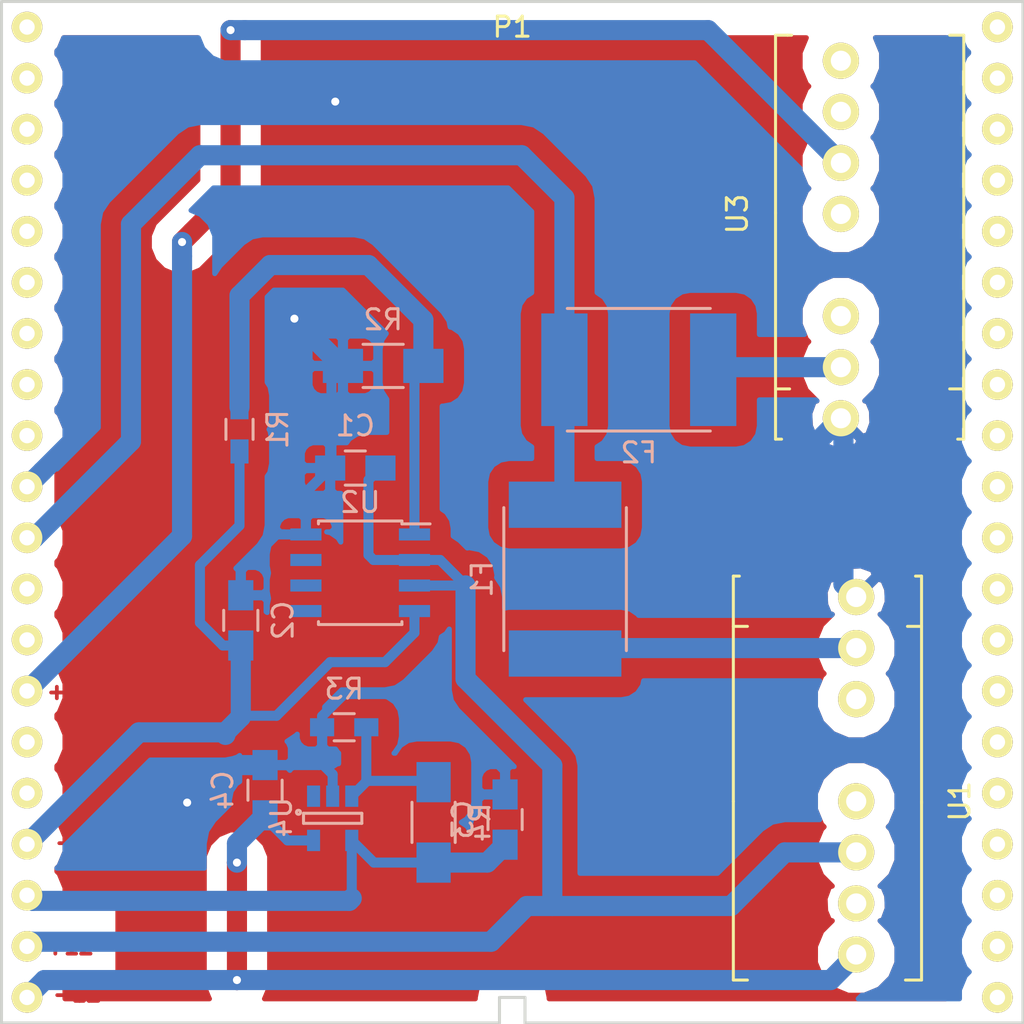
<source format=kicad_pcb>
(kicad_pcb (version 4) (host pcbnew 4.0.2-stable)

  (general
    (links 33)
    (no_connects 1)
    (area 122.826099 79.328599 174.176101 130.678601)
    (thickness 1.6)
    (drawings 6)
    (tracks 139)
    (zones 0)
    (modules 15)
    (nets 12)
  )

  (page A4)
  (layers
    (0 F.Cu signal)
    (31 B.Cu signal)
    (32 B.Adhes user)
    (33 F.Adhes user)
    (34 B.Paste user)
    (35 F.Paste user)
    (36 B.SilkS user)
    (37 F.SilkS user)
    (38 B.Mask user)
    (39 F.Mask user)
    (40 Dwgs.User user)
    (41 Cmts.User user)
    (42 Eco1.User user)
    (43 Eco2.User user)
    (44 Edge.Cuts user)
    (45 Margin user)
    (46 B.CrtYd user)
    (47 F.CrtYd user)
    (48 B.Fab user)
    (49 F.Fab user)
  )

  (setup
    (last_trace_width 1)
    (user_trace_width 0.5)
    (user_trace_width 0.75)
    (user_trace_width 1)
    (trace_clearance 0.2)
    (zone_clearance 1)
    (zone_45_only no)
    (trace_min 0.2)
    (segment_width 0.2)
    (edge_width 0.15)
    (via_size 0.6)
    (via_drill 0.4)
    (via_min_size 0.4)
    (via_min_drill 0.3)
    (user_via 1 0.4)
    (uvia_size 0.3)
    (uvia_drill 0.1)
    (uvias_allowed no)
    (uvia_min_size 0.2)
    (uvia_min_drill 0.1)
    (pcb_text_width 0.3)
    (pcb_text_size 1.5 1.5)
    (mod_edge_width 0.15)
    (mod_text_size 1 1)
    (mod_text_width 0.15)
    (pad_size 1.524 1.524)
    (pad_drill 0.762)
    (pad_to_mask_clearance 0.2)
    (aux_axis_origin 0 0)
    (visible_elements FFFFFF7F)
    (pcbplotparams
      (layerselection 0x00030_80000001)
      (usegerberextensions false)
      (excludeedgelayer true)
      (linewidth 0.100000)
      (plotframeref false)
      (viasonmask false)
      (mode 1)
      (useauxorigin false)
      (hpglpennumber 1)
      (hpglpenspeed 20)
      (hpglpendiameter 15)
      (hpglpenoverlay 2)
      (psnegative false)
      (psa4output false)
      (plotreference true)
      (plotvalue true)
      (plotinvisibletext false)
      (padsonsilk false)
      (subtractmaskfromsilk false)
      (outputformat 1)
      (mirror false)
      (drillshape 1)
      (scaleselection 1)
      (outputdirectory ""))
  )

  (net 0 "")
  (net 1 "Net-(C1-Pad1)")
  (net 2 "Net-(C1-Pad2)")
  (net 3 "Net-(C2-Pad1)")
  (net 4 "Net-(C3-Pad2)")
  (net 5 "Net-(C4-Pad2)")
  (net 6 "Net-(F1-Pad1)")
  (net 7 "Net-(F1-Pad2)")
  (net 8 "Net-(F2-Pad2)")
  (net 9 "Net-(P1-Pad14)")
  (net 10 "Net-(R1-Pad2)")
  (net 11 "Net-(R3-Pad1)")

  (net_class Default "This is the default net class."
    (clearance 0.2)
    (trace_width 0.25)
    (via_dia 0.6)
    (via_drill 0.4)
    (uvia_dia 0.3)
    (uvia_drill 0.1)
    (add_net "Net-(C1-Pad1)")
    (add_net "Net-(C1-Pad2)")
    (add_net "Net-(C2-Pad1)")
    (add_net "Net-(C3-Pad2)")
    (add_net "Net-(C4-Pad2)")
    (add_net "Net-(F1-Pad1)")
    (add_net "Net-(F1-Pad2)")
    (add_net "Net-(F2-Pad2)")
    (add_net "Net-(P1-Pad14)")
    (add_net "Net-(R1-Pad2)")
    (add_net "Net-(R3-Pad1)")
  )

  (module Capacitors_SMD:C_0805_HandSoldering (layer B.Cu) (tedit 541A9B8D) (tstamp 5790C8B5)
    (at 140.696 102.8065 180)
    (descr "Capacitor SMD 0805, hand soldering")
    (tags "capacitor 0805")
    (path /57909D33)
    (attr smd)
    (fp_text reference C1 (at 0 2.1 180) (layer B.SilkS)
      (effects (font (size 1 1) (thickness 0.15)) (justify mirror))
    )
    (fp_text value 0.1uF (at 0 -2.1 180) (layer B.Fab)
      (effects (font (size 1 1) (thickness 0.15)) (justify mirror))
    )
    (fp_line (start -2.3 1) (end 2.3 1) (layer B.CrtYd) (width 0.05))
    (fp_line (start -2.3 -1) (end 2.3 -1) (layer B.CrtYd) (width 0.05))
    (fp_line (start -2.3 1) (end -2.3 -1) (layer B.CrtYd) (width 0.05))
    (fp_line (start 2.3 1) (end 2.3 -1) (layer B.CrtYd) (width 0.05))
    (fp_line (start 0.5 0.85) (end -0.5 0.85) (layer B.SilkS) (width 0.15))
    (fp_line (start -0.5 -0.85) (end 0.5 -0.85) (layer B.SilkS) (width 0.15))
    (pad 1 smd rect (at -1.25 0 180) (size 1.5 1.25) (layers B.Cu B.Paste B.Mask)
      (net 1 "Net-(C1-Pad1)"))
    (pad 2 smd rect (at 1.25 0 180) (size 1.5 1.25) (layers B.Cu B.Paste B.Mask)
      (net 2 "Net-(C1-Pad2)"))
    (model Capacitors_SMD.3dshapes/C_0805_HandSoldering.wrl
      (at (xyz 0 0 0))
      (scale (xyz 1 1 1))
      (rotate (xyz 0 0 0))
    )
  )

  (module Capacitors_SMD:C_0805_HandSoldering (layer B.Cu) (tedit 541A9B8D) (tstamp 5790C8BB)
    (at 135.001 110.383 90)
    (descr "Capacitor SMD 0805, hand soldering")
    (tags "capacitor 0805")
    (path /57909E3C)
    (attr smd)
    (fp_text reference C2 (at 0 2.1 90) (layer B.SilkS)
      (effects (font (size 1 1) (thickness 0.15)) (justify mirror))
    )
    (fp_text value 10uF (at 0 -2.1 90) (layer B.Fab)
      (effects (font (size 1 1) (thickness 0.15)) (justify mirror))
    )
    (fp_line (start -2.3 1) (end 2.3 1) (layer B.CrtYd) (width 0.05))
    (fp_line (start -2.3 -1) (end 2.3 -1) (layer B.CrtYd) (width 0.05))
    (fp_line (start -2.3 1) (end -2.3 -1) (layer B.CrtYd) (width 0.05))
    (fp_line (start 2.3 1) (end 2.3 -1) (layer B.CrtYd) (width 0.05))
    (fp_line (start 0.5 0.85) (end -0.5 0.85) (layer B.SilkS) (width 0.15))
    (fp_line (start -0.5 -0.85) (end 0.5 -0.85) (layer B.SilkS) (width 0.15))
    (pad 1 smd rect (at -1.25 0 90) (size 1.5 1.25) (layers B.Cu B.Paste B.Mask)
      (net 3 "Net-(C2-Pad1)"))
    (pad 2 smd rect (at 1.25 0 90) (size 1.5 1.25) (layers B.Cu B.Paste B.Mask)
      (net 2 "Net-(C1-Pad2)"))
    (model Capacitors_SMD.3dshapes/C_0805_HandSoldering.wrl
      (at (xyz 0 0 0))
      (scale (xyz 1 1 1))
      (rotate (xyz 0 0 0))
    )
  )

  (module Capacitors_SMD:C_0805_HandSoldering (layer B.Cu) (tedit 541A9B8D) (tstamp 5790C8C1)
    (at 148.1455 120.289 270)
    (descr "Capacitor SMD 0805, hand soldering")
    (tags "capacitor 0805")
    (path /5790ACD6)
    (attr smd)
    (fp_text reference C3 (at 0 2.1 270) (layer B.SilkS)
      (effects (font (size 1 1) (thickness 0.15)) (justify mirror))
    )
    (fp_text value 10uF (at 0 -2.1 270) (layer B.Fab)
      (effects (font (size 1 1) (thickness 0.15)) (justify mirror))
    )
    (fp_line (start -2.3 1) (end 2.3 1) (layer B.CrtYd) (width 0.05))
    (fp_line (start -2.3 -1) (end 2.3 -1) (layer B.CrtYd) (width 0.05))
    (fp_line (start -2.3 1) (end -2.3 -1) (layer B.CrtYd) (width 0.05))
    (fp_line (start 2.3 1) (end 2.3 -1) (layer B.CrtYd) (width 0.05))
    (fp_line (start 0.5 0.85) (end -0.5 0.85) (layer B.SilkS) (width 0.15))
    (fp_line (start -0.5 -0.85) (end 0.5 -0.85) (layer B.SilkS) (width 0.15))
    (pad 1 smd rect (at -1.25 0 270) (size 1.5 1.25) (layers B.Cu B.Paste B.Mask)
      (net 2 "Net-(C1-Pad2)"))
    (pad 2 smd rect (at 1.25 0 270) (size 1.5 1.25) (layers B.Cu B.Paste B.Mask)
      (net 4 "Net-(C3-Pad2)"))
    (model Capacitors_SMD.3dshapes/C_0805_HandSoldering.wrl
      (at (xyz 0 0 0))
      (scale (xyz 1 1 1))
      (rotate (xyz 0 0 0))
    )
  )

  (module Capacitors_SMD:C_0805_HandSoldering (layer B.Cu) (tedit 541A9B8D) (tstamp 5790C8C7)
    (at 136.2075 118.8285 270)
    (descr "Capacitor SMD 0805, hand soldering")
    (tags "capacitor 0805")
    (path /5790AE18)
    (attr smd)
    (fp_text reference C4 (at 0 2.1 270) (layer B.SilkS)
      (effects (font (size 1 1) (thickness 0.15)) (justify mirror))
    )
    (fp_text value 10uF (at 0 -2.1 270) (layer B.Fab)
      (effects (font (size 1 1) (thickness 0.15)) (justify mirror))
    )
    (fp_line (start -2.3 1) (end 2.3 1) (layer B.CrtYd) (width 0.05))
    (fp_line (start -2.3 -1) (end 2.3 -1) (layer B.CrtYd) (width 0.05))
    (fp_line (start -2.3 1) (end -2.3 -1) (layer B.CrtYd) (width 0.05))
    (fp_line (start 2.3 1) (end 2.3 -1) (layer B.CrtYd) (width 0.05))
    (fp_line (start 0.5 0.85) (end -0.5 0.85) (layer B.SilkS) (width 0.15))
    (fp_line (start -0.5 -0.85) (end 0.5 -0.85) (layer B.SilkS) (width 0.15))
    (pad 1 smd rect (at -1.25 0 270) (size 1.5 1.25) (layers B.Cu B.Paste B.Mask)
      (net 2 "Net-(C1-Pad2)"))
    (pad 2 smd rect (at 1.25 0 270) (size 1.5 1.25) (layers B.Cu B.Paste B.Mask)
      (net 5 "Net-(C4-Pad2)"))
    (model Capacitors_SMD.3dshapes/C_0805_HandSoldering.wrl
      (at (xyz 0 0 0))
      (scale (xyz 1 1 1))
      (rotate (xyz 0 0 0))
    )
  )

  (module Fuse_Holders_and_Fuses:Fuse_SMD2920 (layer B.Cu) (tedit 552259FD) (tstamp 5790C8CD)
    (at 151.13 108.331 270)
    (descr "Fuse, 2920 chip size")
    (tags "Fuse SMD2920")
    (path /5790904F)
    (attr smd)
    (fp_text reference F1 (at 0 4.1275 270) (layer B.SilkS)
      (effects (font (size 1 1) (thickness 0.15)) (justify mirror))
    )
    (fp_text value F_Small (at 0 -4.3815 270) (layer B.Fab)
      (effects (font (size 1 1) (thickness 0.15)) (justify mirror))
    )
    (fp_line (start 5.1 3.3) (end 5.1 -3.3) (layer B.CrtYd) (width 0.05))
    (fp_line (start -5.1 3.3) (end -5.1 -3.3) (layer B.CrtYd) (width 0.05))
    (fp_line (start -5.1 -3.3) (end 5.1 -3.3) (layer B.CrtYd) (width 0.05))
    (fp_line (start -5.1 3.3) (end 5.1 3.3) (layer B.CrtYd) (width 0.05))
    (fp_line (start -3.556 3.048) (end 3.556 3.048) (layer B.SilkS) (width 0.15))
    (fp_line (start -3.556 -3.048) (end 3.556 -3.048) (layer B.SilkS) (width 0.15))
    (pad 1 smd rect (at -3.7 0 180) (size 5.6 2.3) (layers B.Cu B.Paste B.Mask)
      (net 6 "Net-(F1-Pad1)"))
    (pad 2 smd rect (at 3.7 0 180) (size 5.6 2.3) (layers B.Cu B.Paste B.Mask)
      (net 7 "Net-(F1-Pad2)"))
  )

  (module Fuse_Holders_and_Fuses:Fuse_SMD2920 (layer B.Cu) (tedit 552259FD) (tstamp 5790C8D3)
    (at 154.796 97.917)
    (descr "Fuse, 2920 chip size")
    (tags "Fuse SMD2920")
    (path /579092D5)
    (attr smd)
    (fp_text reference F2 (at 0 4.1275) (layer B.SilkS)
      (effects (font (size 1 1) (thickness 0.15)) (justify mirror))
    )
    (fp_text value F_Small (at 0 -4.3815) (layer B.Fab)
      (effects (font (size 1 1) (thickness 0.15)) (justify mirror))
    )
    (fp_line (start 5.1 3.3) (end 5.1 -3.3) (layer B.CrtYd) (width 0.05))
    (fp_line (start -5.1 3.3) (end -5.1 -3.3) (layer B.CrtYd) (width 0.05))
    (fp_line (start -5.1 -3.3) (end 5.1 -3.3) (layer B.CrtYd) (width 0.05))
    (fp_line (start -5.1 3.3) (end 5.1 3.3) (layer B.CrtYd) (width 0.05))
    (fp_line (start -3.556 3.048) (end 3.556 3.048) (layer B.SilkS) (width 0.15))
    (fp_line (start -3.556 -3.048) (end 3.556 -3.048) (layer B.SilkS) (width 0.15))
    (pad 1 smd rect (at -3.7 0 270) (size 5.6 2.3) (layers B.Cu B.Paste B.Mask)
      (net 6 "Net-(F1-Pad1)"))
    (pad 2 smd rect (at 3.7 0 270) (size 5.6 2.3) (layers B.Cu B.Paste B.Mask)
      (net 8 "Net-(F2-Pad2)"))
  )

  (module Resistors_SMD:R_0603_HandSoldering (layer B.Cu) (tedit 5418A00F) (tstamp 5790C909)
    (at 134.9375 100.881 90)
    (descr "Resistor SMD 0603, hand soldering")
    (tags "resistor 0603")
    (path /57909B7E)
    (attr smd)
    (fp_text reference R1 (at 0 1.9 90) (layer B.SilkS)
      (effects (font (size 1 1) (thickness 0.15)) (justify mirror))
    )
    (fp_text value 140kO (at 0 -1.9 90) (layer B.Fab)
      (effects (font (size 1 1) (thickness 0.15)) (justify mirror))
    )
    (fp_line (start -2 0.8) (end 2 0.8) (layer B.CrtYd) (width 0.05))
    (fp_line (start -2 -0.8) (end 2 -0.8) (layer B.CrtYd) (width 0.05))
    (fp_line (start -2 0.8) (end -2 -0.8) (layer B.CrtYd) (width 0.05))
    (fp_line (start 2 0.8) (end 2 -0.8) (layer B.CrtYd) (width 0.05))
    (fp_line (start 0.5 -0.675) (end -0.5 -0.675) (layer B.SilkS) (width 0.15))
    (fp_line (start -0.5 0.675) (end 0.5 0.675) (layer B.SilkS) (width 0.15))
    (pad 1 smd rect (at -1.1 0 90) (size 1.2 0.9) (layers B.Cu B.Paste B.Mask)
      (net 3 "Net-(C2-Pad1)"))
    (pad 2 smd rect (at 1.1 0 90) (size 1.2 0.9) (layers B.Cu B.Paste B.Mask)
      (net 10 "Net-(R1-Pad2)"))
    (model Resistors_SMD.3dshapes/R_0603_HandSoldering.wrl
      (at (xyz 0 0 0))
      (scale (xyz 1 1 1))
      (rotate (xyz 0 0 0))
    )
  )

  (module Resistors_SMD:R_1206_HandSoldering (layer B.Cu) (tedit 5418A20D) (tstamp 5790C90F)
    (at 142.0815 97.7265 180)
    (descr "Resistor SMD 1206, hand soldering")
    (tags "resistor 1206")
    (path /57909BDE)
    (attr smd)
    (fp_text reference R2 (at 0 2.3 180) (layer B.SilkS)
      (effects (font (size 1 1) (thickness 0.15)) (justify mirror))
    )
    (fp_text value 21.7kO (at 0 -2.3 180) (layer B.Fab)
      (effects (font (size 1 1) (thickness 0.15)) (justify mirror))
    )
    (fp_line (start -3.3 1.2) (end 3.3 1.2) (layer B.CrtYd) (width 0.05))
    (fp_line (start -3.3 -1.2) (end 3.3 -1.2) (layer B.CrtYd) (width 0.05))
    (fp_line (start -3.3 1.2) (end -3.3 -1.2) (layer B.CrtYd) (width 0.05))
    (fp_line (start 3.3 1.2) (end 3.3 -1.2) (layer B.CrtYd) (width 0.05))
    (fp_line (start 1 -1.075) (end -1 -1.075) (layer B.SilkS) (width 0.15))
    (fp_line (start -1 1.075) (end 1 1.075) (layer B.SilkS) (width 0.15))
    (pad 1 smd rect (at -2 0 180) (size 2 1.7) (layers B.Cu B.Paste B.Mask)
      (net 10 "Net-(R1-Pad2)"))
    (pad 2 smd rect (at 2 0 180) (size 2 1.7) (layers B.Cu B.Paste B.Mask)
      (net 2 "Net-(C1-Pad2)"))
    (model Resistors_SMD.3dshapes/R_1206_HandSoldering.wrl
      (at (xyz 0 0 0))
      (scale (xyz 1 1 1))
      (rotate (xyz 0 0 0))
    )
  )

  (module Resistors_SMD:R_0603_HandSoldering (layer B.Cu) (tedit 5418A00F) (tstamp 5790C915)
    (at 140.1445 115.697 180)
    (descr "Resistor SMD 0603, hand soldering")
    (tags "resistor 0603")
    (path /5790B0AE)
    (attr smd)
    (fp_text reference R3 (at 0 1.9 180) (layer B.SilkS)
      (effects (font (size 1 1) (thickness 0.15)) (justify mirror))
    )
    (fp_text value 140kO (at 0 -1.9 180) (layer B.Fab)
      (effects (font (size 1 1) (thickness 0.15)) (justify mirror))
    )
    (fp_line (start -2 0.8) (end 2 0.8) (layer B.CrtYd) (width 0.05))
    (fp_line (start -2 -0.8) (end 2 -0.8) (layer B.CrtYd) (width 0.05))
    (fp_line (start -2 0.8) (end -2 -0.8) (layer B.CrtYd) (width 0.05))
    (fp_line (start 2 0.8) (end 2 -0.8) (layer B.CrtYd) (width 0.05))
    (fp_line (start 0.5 -0.675) (end -0.5 -0.675) (layer B.SilkS) (width 0.15))
    (fp_line (start -0.5 0.675) (end 0.5 0.675) (layer B.SilkS) (width 0.15))
    (pad 1 smd rect (at -1.1 0 180) (size 1.2 0.9) (layers B.Cu B.Paste B.Mask)
      (net 11 "Net-(R3-Pad1)"))
    (pad 2 smd rect (at 1.1 0 180) (size 1.2 0.9) (layers B.Cu B.Paste B.Mask)
      (net 2 "Net-(C1-Pad2)"))
    (model Resistors_SMD.3dshapes/R_0603_HandSoldering.wrl
      (at (xyz 0 0 0))
      (scale (xyz 1 1 1))
      (rotate (xyz 0 0 0))
    )
  )

  (module Resistors_SMD:R_1206_HandSoldering (layer B.Cu) (tedit 5418A20D) (tstamp 5790C91B)
    (at 144.5895 120.428 90)
    (descr "Resistor SMD 1206, hand soldering")
    (tags "resistor 1206")
    (path /5790B3C3)
    (attr smd)
    (fp_text reference R4 (at 0 2.3 90) (layer B.SilkS)
      (effects (font (size 1 1) (thickness 0.15)) (justify mirror))
    )
    (fp_text value 21.5kO (at 0 -2.3 90) (layer B.Fab)
      (effects (font (size 1 1) (thickness 0.15)) (justify mirror))
    )
    (fp_line (start -3.3 1.2) (end 3.3 1.2) (layer B.CrtYd) (width 0.05))
    (fp_line (start -3.3 -1.2) (end 3.3 -1.2) (layer B.CrtYd) (width 0.05))
    (fp_line (start -3.3 1.2) (end -3.3 -1.2) (layer B.CrtYd) (width 0.05))
    (fp_line (start 3.3 1.2) (end 3.3 -1.2) (layer B.CrtYd) (width 0.05))
    (fp_line (start 1 -1.075) (end -1 -1.075) (layer B.SilkS) (width 0.15))
    (fp_line (start -1 1.075) (end 1 1.075) (layer B.SilkS) (width 0.15))
    (pad 1 smd rect (at -2 0 90) (size 2 1.7) (layers B.Cu B.Paste B.Mask)
      (net 4 "Net-(C3-Pad2)"))
    (pad 2 smd rect (at 2 0 90) (size 2 1.7) (layers B.Cu B.Paste B.Mask)
      (net 11 "Net-(R3-Pad1)"))
    (model Resistors_SMD.3dshapes/R_1206_HandSoldering.wrl
      (at (xyz 0 0 0))
      (scale (xyz 1 1 1))
      (rotate (xyz 0 0 0))
    )
  )

  (module Housings_SOIC:SOIC-8_3.9x4.9mm_Pitch1.27mm (layer B.Cu) (tedit 54130A77) (tstamp 5790C934)
    (at 140.9395 108.0135 180)
    (descr "8-Lead Plastic Small Outline (SN) - Narrow, 3.90 mm Body [SOIC] (see Microchip Packaging Specification 00000049BS.pdf)")
    (tags "SOIC 1.27")
    (path /57909962)
    (attr smd)
    (fp_text reference U2 (at 0 3.5 180) (layer B.SilkS)
      (effects (font (size 1 1) (thickness 0.15)) (justify mirror))
    )
    (fp_text value "MAX1659 +9V" (at 0 -3.5 180) (layer B.Fab)
      (effects (font (size 1 1) (thickness 0.15)) (justify mirror))
    )
    (fp_line (start -3.75 2.75) (end -3.75 -2.75) (layer B.CrtYd) (width 0.05))
    (fp_line (start 3.75 2.75) (end 3.75 -2.75) (layer B.CrtYd) (width 0.05))
    (fp_line (start -3.75 2.75) (end 3.75 2.75) (layer B.CrtYd) (width 0.05))
    (fp_line (start -3.75 -2.75) (end 3.75 -2.75) (layer B.CrtYd) (width 0.05))
    (fp_line (start -2.075 2.575) (end -2.075 2.43) (layer B.SilkS) (width 0.15))
    (fp_line (start 2.075 2.575) (end 2.075 2.43) (layer B.SilkS) (width 0.15))
    (fp_line (start 2.075 -2.575) (end 2.075 -2.43) (layer B.SilkS) (width 0.15))
    (fp_line (start -2.075 -2.575) (end -2.075 -2.43) (layer B.SilkS) (width 0.15))
    (fp_line (start -2.075 2.575) (end 2.075 2.575) (layer B.SilkS) (width 0.15))
    (fp_line (start -2.075 -2.575) (end 2.075 -2.575) (layer B.SilkS) (width 0.15))
    (fp_line (start -2.075 2.43) (end -3.475 2.43) (layer B.SilkS) (width 0.15))
    (pad 1 smd rect (at -2.7 1.905 180) (size 1.55 0.6) (layers B.Cu B.Paste B.Mask)
      (net 10 "Net-(R1-Pad2)"))
    (pad 2 smd rect (at -2.7 0.635 180) (size 1.55 0.6) (layers B.Cu B.Paste B.Mask)
      (net 1 "Net-(C1-Pad1)"))
    (pad 3 smd rect (at -2.7 -0.635 180) (size 1.55 0.6) (layers B.Cu B.Paste B.Mask)
      (net 1 "Net-(C1-Pad1)"))
    (pad 4 smd rect (at -2.7 -1.905 180) (size 1.55 0.6) (layers B.Cu B.Paste B.Mask)
      (net 3 "Net-(C2-Pad1)"))
    (pad 5 smd rect (at 2.7 -1.905 180) (size 1.55 0.6) (layers B.Cu B.Paste B.Mask))
    (pad 6 smd rect (at 2.7 -0.635 180) (size 1.55 0.6) (layers B.Cu B.Paste B.Mask))
    (pad 7 smd rect (at 2.7 0.635 180) (size 1.55 0.6) (layers B.Cu B.Paste B.Mask))
    (pad 8 smd rect (at 2.7 1.905 180) (size 1.55 0.6) (layers B.Cu B.Paste B.Mask)
      (net 2 "Net-(C1-Pad2)"))
    (model Housings_SOIC.3dshapes/SOIC-8_3.9x4.9mm_Pitch1.27mm.wrl
      (at (xyz 0 0 0))
      (scale (xyz 1 1 1))
      (rotate (xyz 0 0 0))
    )
  )

  (module TO_SOT_Packages_SMD:SOT-23-5 (layer B.Cu) (tedit 55360473) (tstamp 5790C94A)
    (at 139.5705 120.226 270)
    (descr "5-pin SOT23 package")
    (tags SOT-23-5)
    (path /5790A9E8)
    (attr smd)
    (fp_text reference U4 (at -0.05 2.55 270) (layer B.SilkS)
      (effects (font (size 1 1) (thickness 0.15)) (justify mirror))
    )
    (fp_text value "MIC5270YM5-TR -9V" (at -0.05 -2.35 270) (layer B.Fab)
      (effects (font (size 1 1) (thickness 0.15)) (justify mirror))
    )
    (fp_line (start -1.8 1.6) (end 1.8 1.6) (layer B.CrtYd) (width 0.05))
    (fp_line (start 1.8 1.6) (end 1.8 -1.6) (layer B.CrtYd) (width 0.05))
    (fp_line (start 1.8 -1.6) (end -1.8 -1.6) (layer B.CrtYd) (width 0.05))
    (fp_line (start -1.8 -1.6) (end -1.8 1.6) (layer B.CrtYd) (width 0.05))
    (fp_circle (center -0.3 1.7) (end -0.2 1.7) (layer B.SilkS) (width 0.15))
    (fp_line (start 0.25 1.45) (end -0.25 1.45) (layer B.SilkS) (width 0.15))
    (fp_line (start 0.25 -1.45) (end 0.25 1.45) (layer B.SilkS) (width 0.15))
    (fp_line (start -0.25 -1.45) (end 0.25 -1.45) (layer B.SilkS) (width 0.15))
    (fp_line (start -0.25 1.45) (end -0.25 -1.45) (layer B.SilkS) (width 0.15))
    (pad 1 smd rect (at -1.1 0.95 270) (size 1.06 0.65) (layers B.Cu B.Paste B.Mask))
    (pad 2 smd rect (at -1.1 0 270) (size 1.06 0.65) (layers B.Cu B.Paste B.Mask)
      (net 2 "Net-(C1-Pad2)"))
    (pad 3 smd rect (at -1.1 -0.95 270) (size 1.06 0.65) (layers B.Cu B.Paste B.Mask)
      (net 11 "Net-(R3-Pad1)"))
    (pad 4 smd rect (at 1.1 -0.95 270) (size 1.06 0.65) (layers B.Cu B.Paste B.Mask)
      (net 4 "Net-(C3-Pad2)"))
    (pad 5 smd rect (at 1.1 0.95 270) (size 1.06 0.65) (layers B.Cu B.Paste B.Mask)
      (net 5 "Net-(C4-Pad2)"))
    (model TO_SOT_Packages_SMD.3dshapes/SOT-23-5.wrl
      (at (xyz 0 0 0))
      (scale (xyz 1 1 1))
      (rotate (xyz 0 0 0))
    )
  )

  (module scube:scube40_no_holes (layer F.Cu) (tedit 5790D282) (tstamp 5790CBD0)
    (at 148.5011 105.0036)
    (path /579087F3)
    (fp_text reference P1 (at 0 -24.13) (layer F.SilkS)
      (effects (font (size 1 1) (thickness 0.15)))
    )
    (fp_text value SCUBE40 (at 0 -22.86) (layer F.Fab)
      (effects (font (size 1 1) (thickness 0.15)))
    )
    (fp_line (start -25.4 25.4) (end -25.4 -25.4) (layer Edge.Cuts) (width 0.15))
    (fp_line (start 25.4 25.4) (end 0.635 25.4) (layer Edge.Cuts) (width 0.15))
    (fp_line (start 25.4 -25.4) (end 25.4 25.4) (layer Edge.Cuts) (width 0.15))
    (fp_line (start -25.4 -25.4) (end 25.4 -25.4) (layer Edge.Cuts) (width 0.15))
    (fp_line (start -0.635 25.4) (end -25.4 25.4) (layer Edge.Cuts) (width 0.15))
    (fp_line (start -0.635 24.13) (end -0.635 25.4) (layer Edge.Cuts) (width 0.15))
    (fp_line (start 0.635 24.13) (end -0.635 24.13) (layer Edge.Cuts) (width 0.15))
    (fp_line (start 0.635 25.4) (end 0.635 24.13) (layer Edge.Cuts) (width 0.15))
    (pad 1 thru_hole circle (at -24.13 -24.13) (size 1.524 1.524) (drill 0.762) (layers *.Cu *.Mask F.SilkS))
    (pad 2 thru_hole circle (at -24.13 -21.59) (size 1.524 1.524) (drill 0.762) (layers *.Cu *.Mask F.SilkS))
    (pad 3 thru_hole circle (at -24.13 -19.05) (size 1.524 1.524) (drill 0.762) (layers *.Cu *.Mask F.SilkS))
    (pad 4 thru_hole circle (at -24.13 -16.51) (size 1.524 1.524) (drill 0.762) (layers *.Cu *.Mask F.SilkS))
    (pad 5 thru_hole circle (at -24.13 -13.97) (size 1.524 1.524) (drill 0.762) (layers *.Cu *.Mask F.SilkS))
    (pad 6 thru_hole circle (at -24.13 -11.43) (size 1.524 1.524) (drill 0.762) (layers *.Cu *.Mask F.SilkS))
    (pad 7 thru_hole circle (at -24.13 -8.89) (size 1.524 1.524) (drill 0.762) (layers *.Cu *.Mask F.SilkS))
    (pad 8 thru_hole circle (at -24.13 -6.35) (size 1.524 1.524) (drill 0.762) (layers *.Cu *.Mask F.SilkS))
    (pad 9 thru_hole circle (at -24.13 -3.81) (size 1.524 1.524) (drill 0.762) (layers *.Cu *.Mask F.SilkS))
    (pad 10 thru_hole circle (at -24.13 -1.27) (size 1.524 1.524) (drill 0.762) (layers *.Cu *.Mask F.SilkS)
      (net 2 "Net-(C1-Pad2)"))
    (pad 11 thru_hole circle (at -24.13 1.27) (size 1.524 1.524) (drill 0.762) (layers *.Cu *.Mask F.SilkS)
      (net 6 "Net-(F1-Pad1)"))
    (pad 12 thru_hole circle (at -24.13 3.81) (size 1.524 1.524) (drill 0.762) (layers *.Cu *.Mask F.SilkS))
    (pad 13 thru_hole circle (at -24.13 6.35) (size 1.524 1.524) (drill 0.762) (layers *.Cu *.Mask F.SilkS))
    (pad 14 thru_hole circle (at -24.13 8.89) (size 1.524 1.524) (drill 0.762) (layers *.Cu *.Mask F.SilkS)
      (net 9 "Net-(P1-Pad14)"))
    (pad 15 thru_hole circle (at -24.13 11.43) (size 1.524 1.524) (drill 0.762) (layers *.Cu *.Mask F.SilkS))
    (pad 16 thru_hole circle (at -24.13 13.97) (size 1.524 1.524) (drill 0.762) (layers *.Cu *.Mask F.SilkS))
    (pad 17 thru_hole circle (at -24.13 16.51) (size 1.524 1.524) (drill 0.762) (layers *.Cu *.Mask F.SilkS)
      (net 3 "Net-(C2-Pad1)"))
    (pad 18 thru_hole circle (at -24.13 19.05) (size 1.524 1.524) (drill 0.762) (layers *.Cu *.Mask F.SilkS)
      (net 4 "Net-(C3-Pad2)"))
    (pad 19 thru_hole circle (at -24.13 21.59) (size 1.524 1.524) (drill 0.762) (layers *.Cu *.Mask F.SilkS)
      (net 1 "Net-(C1-Pad1)"))
    (pad 20 thru_hole circle (at -24.13 24.13) (size 1.524 1.524) (drill 0.762) (layers *.Cu *.Mask F.SilkS)
      (net 5 "Net-(C4-Pad2)"))
    (pad 21 thru_hole circle (at 24.13 24.13) (size 1.524 1.524) (drill 0.762) (layers *.Cu *.Mask F.SilkS))
    (pad 22 thru_hole circle (at 24.13 21.59) (size 1.524 1.524) (drill 0.762) (layers *.Cu *.Mask F.SilkS))
    (pad 23 thru_hole circle (at 24.13 19.05) (size 1.524 1.524) (drill 0.762) (layers *.Cu *.Mask F.SilkS))
    (pad 24 thru_hole circle (at 24.13 16.51) (size 1.524 1.524) (drill 0.762) (layers *.Cu *.Mask F.SilkS))
    (pad 25 thru_hole circle (at 24.13 13.97) (size 1.524 1.524) (drill 0.762) (layers *.Cu *.Mask F.SilkS))
    (pad 26 thru_hole circle (at 24.13 11.43) (size 1.524 1.524) (drill 0.762) (layers *.Cu *.Mask F.SilkS))
    (pad 27 thru_hole circle (at 24.13 8.89) (size 1.524 1.524) (drill 0.762) (layers *.Cu *.Mask F.SilkS))
    (pad 28 thru_hole circle (at 24.13 6.35) (size 1.524 1.524) (drill 0.762) (layers *.Cu *.Mask F.SilkS))
    (pad 29 thru_hole circle (at 24.13 3.81) (size 1.524 1.524) (drill 0.762) (layers *.Cu *.Mask F.SilkS))
    (pad 30 thru_hole circle (at 24.13 1.27) (size 1.524 1.524) (drill 0.762) (layers *.Cu *.Mask F.SilkS))
    (pad 31 thru_hole circle (at 24.13 -1.27) (size 1.524 1.524) (drill 0.762) (layers *.Cu *.Mask F.SilkS))
    (pad 32 thru_hole circle (at 24.13 -3.81) (size 1.524 1.524) (drill 0.762) (layers *.Cu *.Mask F.SilkS))
    (pad 33 thru_hole circle (at 24.13 -6.35) (size 1.524 1.524) (drill 0.762) (layers *.Cu *.Mask F.SilkS))
    (pad 34 thru_hole circle (at 24.13 -8.89) (size 1.524 1.524) (drill 0.762) (layers *.Cu *.Mask F.SilkS))
    (pad 35 thru_hole circle (at 24.13 -11.43) (size 1.524 1.524) (drill 0.762) (layers *.Cu *.Mask F.SilkS))
    (pad 36 thru_hole circle (at 24.13 -13.97) (size 1.524 1.524) (drill 0.762) (layers *.Cu *.Mask F.SilkS))
    (pad 37 thru_hole circle (at 24.13 -16.51) (size 1.524 1.524) (drill 0.762) (layers *.Cu *.Mask F.SilkS))
    (pad 38 thru_hole circle (at 24.13 -19.05) (size 1.524 1.524) (drill 0.762) (layers *.Cu *.Mask F.SilkS))
    (pad 39 thru_hole circle (at 24.13 -21.59) (size 1.524 1.524) (drill 0.762) (layers *.Cu *.Mask F.SilkS))
    (pad 40 thru_hole circle (at 24.13 -24.13) (size 1.524 1.524) (drill 0.762) (layers *.Cu *.Mask F.SilkS))
  )

  (module scube:RSO-2412D (layer F.Cu) (tedit 5795EA77) (tstamp 5795EF33)
    (at 159.928 119.38 270)
    (descr RSO-2412D)
    (tags RSO)
    (path /57908F6C)
    (fp_text reference U1 (at 0 -10.83 270) (layer F.SilkS)
      (effects (font (size 1 1) (thickness 0.15)))
    )
    (fp_text value "RSO-2412D-Dual +/- 12V" (at -0.1 2.43 270) (layer F.Fab)
      (effects (font (size 1 1) (thickness 0.15)))
    )
    (fp_line (start -8.7 0.43) (end -8.7 -0.27) (layer F.SilkS) (width 0.15))
    (fp_line (start -8.7 -8.93) (end -8.7 -8.23) (layer F.SilkS) (width 0.15))
    (fp_line (start 0 0.43) (end -11.2 0.43) (layer F.SilkS) (width 0.15))
    (fp_line (start -11.2 0.43) (end -11.2 0.13) (layer F.SilkS) (width 0.15))
    (fp_line (start 8.89 -8.33) (end 8.89 -8.13) (layer F.SilkS) (width 0.15))
    (fp_line (start 8.89 0.43) (end 8.89 -0.27) (layer F.SilkS) (width 0.15))
    (fp_line (start 0.1 -8.93) (end -11.2 -8.93) (layer F.SilkS) (width 0.15))
    (fp_line (start -11.2 -8.93) (end -11.2 -8.63) (layer F.SilkS) (width 0.15))
    (fp_line (start 8.89 -8.93) (end 8.89 -8.33) (layer F.SilkS) (width 0.15))
    (fp_line (start 8.89 -8.93) (end 0 -8.93) (layer F.SilkS) (width 0.15))
    (fp_line (start 8.89 0.43) (end 0 0.43) (layer F.SilkS) (width 0.15))
    (pad 1 thru_hole circle (at -10.16 -5.68) (size 1.8 1.8) (drill 1) (layers *.Cu *.Mask F.SilkS)
      (net 2 "Net-(C1-Pad2)"))
    (pad 2 thru_hole circle (at -7.62 -5.68) (size 1.8 1.8) (drill 1) (layers *.Cu *.Mask F.SilkS)
      (net 7 "Net-(F1-Pad2)"))
    (pad 3 thru_hole circle (at -5.08 -5.68) (size 1.8 1.8) (drill 1) (layers *.Cu *.Mask F.SilkS))
    (pad 5 thru_hole circle (at 0 -5.68) (size 1.8 1.8) (drill 1) (layers *.Cu *.Mask F.SilkS))
    (pad 6 thru_hole circle (at 2.54 -5.68) (size 1.8 1.8) (drill 1) (layers *.Cu *.Mask F.SilkS)
      (net 1 "Net-(C1-Pad1)"))
    (pad 7 thru_hole circle (at 5.08 -5.68) (size 1.8 1.8) (drill 1) (layers *.Cu *.Mask F.SilkS)
      (net 2 "Net-(C1-Pad2)"))
    (pad 8 thru_hole circle (at 7.62 -5.68) (size 1.8 1.8) (drill 1) (layers *.Cu *.Mask F.SilkS)
      (net 5 "Net-(C4-Pad2)"))
  )

  (module scube:RSO-2412D (layer F.Cu) (tedit 5795EA77) (tstamp 5795EF49)
    (at 170.526 90.17 90)
    (descr RSO-2412D)
    (tags RSO)
    (path /579090C1)
    (fp_text reference U3 (at 0 -10.83 90) (layer F.SilkS)
      (effects (font (size 1 1) (thickness 0.15)))
    )
    (fp_text value "RSO-2412D-Single +3.3V" (at -0.1 2.43 90) (layer F.Fab)
      (effects (font (size 1 1) (thickness 0.15)))
    )
    (fp_line (start -8.7 0.43) (end -8.7 -0.27) (layer F.SilkS) (width 0.15))
    (fp_line (start -8.7 -8.93) (end -8.7 -8.23) (layer F.SilkS) (width 0.15))
    (fp_line (start 0 0.43) (end -11.2 0.43) (layer F.SilkS) (width 0.15))
    (fp_line (start -11.2 0.43) (end -11.2 0.13) (layer F.SilkS) (width 0.15))
    (fp_line (start 8.89 -8.33) (end 8.89 -8.13) (layer F.SilkS) (width 0.15))
    (fp_line (start 8.89 0.43) (end 8.89 -0.27) (layer F.SilkS) (width 0.15))
    (fp_line (start 0.1 -8.93) (end -11.2 -8.93) (layer F.SilkS) (width 0.15))
    (fp_line (start -11.2 -8.93) (end -11.2 -8.63) (layer F.SilkS) (width 0.15))
    (fp_line (start 8.89 -8.93) (end 8.89 -8.33) (layer F.SilkS) (width 0.15))
    (fp_line (start 8.89 -8.93) (end 0 -8.93) (layer F.SilkS) (width 0.15))
    (fp_line (start 8.89 0.43) (end 0 0.43) (layer F.SilkS) (width 0.15))
    (pad 1 thru_hole circle (at -10.16 -5.68 180) (size 1.8 1.8) (drill 1) (layers *.Cu *.Mask F.SilkS)
      (net 2 "Net-(C1-Pad2)"))
    (pad 2 thru_hole circle (at -7.62 -5.68 180) (size 1.8 1.8) (drill 1) (layers *.Cu *.Mask F.SilkS)
      (net 8 "Net-(F2-Pad2)"))
    (pad 3 thru_hole circle (at -5.08 -5.68 180) (size 1.8 1.8) (drill 1) (layers *.Cu *.Mask F.SilkS))
    (pad 5 thru_hole circle (at 0 -5.68 180) (size 1.8 1.8) (drill 1) (layers *.Cu *.Mask F.SilkS))
    (pad 6 thru_hole circle (at 2.54 -5.68 180) (size 1.8 1.8) (drill 1) (layers *.Cu *.Mask F.SilkS)
      (net 9 "Net-(P1-Pad14)"))
    (pad 7 thru_hole circle (at 5.08 -5.68 180) (size 1.8 1.8) (drill 1) (layers *.Cu *.Mask F.SilkS))
    (pad 8 thru_hole circle (at 7.62 -5.68 180) (size 1.8 1.8) (drill 1) (layers *.Cu *.Mask F.SilkS))
  )

  (gr_text +3.3 (at 126.746 113.919) (layer F.Cu) (tstamp 57975B94)
    (effects (font (size 0.75 0.75) (thickness 0.1875)))
  )
  (gr_text -9 (at 126.492 123.8885) (layer F.Cu) (tstamp 57975B85)
    (effects (font (size 0.75 0.75) (thickness 0.1875)))
  )
  (gr_text +9 (at 126.619 121.412) (layer F.Cu) (tstamp 57975A45)
    (effects (font (size 0.75 0.75) (thickness 0.1875)))
  )
  (gr_text -12 (at 126.873 128.9685) (layer F.Cu) (tstamp 57975A36)
    (effects (font (size 0.75 0.75) (thickness 0.1875)))
  )
  (gr_text +12 (at 126.492 126.619) (layer F.Cu)
    (effects (font (size 0.75 0.75) (thickness 0.1875)))
  )
  (gr_text "Umeå Lunar Venture\nPower Distribution Circuit v.2" (at 152.4 83.312) (layer F.Cu)
    (effects (font (size 0.75 0.75) (thickness 0.14)))
  )

  (segment (start 146.2405 108.6485) (end 145.8595 108.6485) (width 0.5) (layer B.Cu) (net 1))
  (segment (start 145.8595 108.6485) (end 143.6395 108.6485) (width 0.5) (layer B.Cu) (net 1))
  (segment (start 146.177 109.4105) (end 146.177 108.641) (width 1) (layer B.Cu) (net 1))
  (segment (start 150.495 124.587) (end 150.495 117.602) (width 1) (layer B.Cu) (net 1))
  (segment (start 150.495 117.602) (end 146.177 113.284) (width 1) (layer B.Cu) (net 1))
  (segment (start 146.177 113.284) (end 146.177 109.4105) (width 1) (layer B.Cu) (net 1))
  (segment (start 141.946 102.8065) (end 141.351 103.4015) (width 0.5) (layer B.Cu) (net 1))
  (segment (start 141.351 103.4015) (end 141.351 107.1245) (width 0.5) (layer B.Cu) (net 1))
  (segment (start 141.351 107.1245) (end 141.605 107.3785) (width 0.5) (layer B.Cu) (net 1))
  (segment (start 141.605 107.3785) (end 143.6395 107.3785) (width 0.5) (layer B.Cu) (net 1))
  (segment (start 143.6395 107.3785) (end 144.9145 107.3785) (width 0.5) (layer B.Cu) (net 1))
  (segment (start 144.9145 107.3785) (end 146.177 108.641) (width 0.5) (layer B.Cu) (net 1))
  (segment (start 150.495 124.587) (end 149.225 124.587) (width 1) (layer B.Cu) (net 1))
  (segment (start 159.385 124.587) (end 150.495 124.587) (width 1) (layer B.Cu) (net 1))
  (segment (start 165.608 121.92) (end 162.052 121.92) (width 1) (layer B.Cu) (net 1))
  (segment (start 162.052 121.92) (end 159.385 124.587) (width 1) (layer B.Cu) (net 1))
  (segment (start 149.225 124.587) (end 147.447 126.365) (width 1) (layer B.Cu) (net 1))
  (segment (start 147.447 126.365) (end 124.5997 126.365) (width 1) (layer B.Cu) (net 1))
  (segment (start 124.5997 126.365) (end 124.3711 126.5936) (width 1) (layer B.Cu) (net 1))
  (segment (start 148.1455 119.039) (end 148.1455 117.856) (width 0.5) (layer B.Cu) (net 2))
  (segment (start 148.1455 117.856) (end 144.3355 114.046) (width 0.5) (layer B.Cu) (net 2))
  (segment (start 144.3355 114.046) (end 140.1445 114.046) (width 0.5) (layer B.Cu) (net 2))
  (segment (start 139.0445 115.146) (end 139.0445 115.697) (width 0.5) (layer B.Cu) (net 2))
  (segment (start 140.1445 114.046) (end 139.0445 115.146) (width 0.5) (layer B.Cu) (net 2))
  (segment (start 136.2075 117.5785) (end 134.834 117.5785) (width 1) (layer B.Cu) (net 2))
  (segment (start 134.834 117.5785) (end 133.2865 119.126) (width 1) (layer B.Cu) (net 2))
  (segment (start 132.6515 119.126) (end 132.334 119.4435) (width 1) (layer B.Cu) (net 2))
  (segment (start 133.2865 119.126) (end 132.6515 119.126) (width 1) (layer B.Cu) (net 2))
  (segment (start 137.668 95.377) (end 131.953 101.092) (width 1) (layer F.Cu) (net 2))
  (segment (start 131.953 101.092) (end 131.953 119.0625) (width 1) (layer F.Cu) (net 2))
  (segment (start 131.953 119.0625) (end 132.334 119.4435) (width 1) (layer F.Cu) (net 2))
  (segment (start 140.0815 97.7265) (end 140.0175 97.7265) (width 1) (layer B.Cu) (net 2))
  (segment (start 140.0175 97.7265) (end 137.668 95.377) (width 1) (layer B.Cu) (net 2))
  (segment (start 139.7 84.582) (end 139.7 93.345) (width 1) (layer F.Cu) (net 2))
  (segment (start 139.7 93.345) (end 137.668 95.377) (width 1) (layer F.Cu) (net 2))
  (via (at 139.7 84.582) (size 1) (drill 0.4) (layers F.Cu B.Cu) (net 2))
  (via (at 137.668 95.377) (size 1) (drill 0.4) (layers F.Cu B.Cu) (net 2))
  (segment (start 140.0815 97.7265) (end 139.5095 98.2985) (width 0.5) (layer B.Cu) (net 2))
  (segment (start 139.5095 98.2985) (end 139.5095 102.743) (width 0.5) (layer B.Cu) (net 2))
  (segment (start 139.5095 102.743) (end 139.446 102.8065) (width 0.5) (layer B.Cu) (net 2))
  (segment (start 138.2395 106.1085) (end 138.2395 104.013) (width 0.5) (layer B.Cu) (net 2))
  (segment (start 138.2395 104.013) (end 139.446 102.8065) (width 0.5) (layer B.Cu) (net 2))
  (via (at 132.334 119.4435) (size 1) (drill 0.4) (layers F.Cu B.Cu) (net 2))
  (segment (start 138.2395 106.1085) (end 136.7755 106.1085) (width 0.5) (layer B.Cu) (net 2))
  (segment (start 136.7755 106.1085) (end 135.001 107.883) (width 0.5) (layer B.Cu) (net 2))
  (segment (start 135.001 107.883) (end 135.001 109.133) (width 0.5) (layer B.Cu) (net 2))
  (segment (start 136.2075 117.5785) (end 138.898 117.5785) (width 0.5) (layer B.Cu) (net 2))
  (segment (start 138.898 117.5785) (end 139.0445 117.432) (width 0.5) (layer B.Cu) (net 2))
  (segment (start 139.0445 115.697) (end 139.0445 117.432) (width 0.5) (layer B.Cu) (net 2))
  (segment (start 139.0445 117.432) (end 139.0015 117.475) (width 0.5) (layer B.Cu) (net 2))
  (segment (start 139.5705 119.126) (end 139.5705 118.044) (width 0.5) (layer B.Cu) (net 2))
  (segment (start 139.5705 118.044) (end 139.0015 117.475) (width 0.5) (layer B.Cu) (net 2))
  (segment (start 125.133099 102.971601) (end 124.3711 103.7336) (width 1) (layer B.Cu) (net 2))
  (segment (start 126.815989 89.16494) (end 126.815989 101.288711) (width 1) (layer B.Cu) (net 2))
  (segment (start 131.271929 84.709) (end 126.815989 89.16494) (width 1) (layer B.Cu) (net 2))
  (segment (start 153.924 84.709) (end 131.271929 84.709) (width 1) (layer B.Cu) (net 2))
  (segment (start 155.2194 86.0044) (end 153.924 84.709) (width 1) (layer B.Cu) (net 2))
  (segment (start 156.464 102.616) (end 155.2194 101.3714) (width 1) (layer B.Cu) (net 2))
  (segment (start 164.846 100.33) (end 162.56 102.616) (width 1) (layer B.Cu) (net 2))
  (segment (start 162.56 102.616) (end 156.464 102.616) (width 1) (layer B.Cu) (net 2))
  (segment (start 155.2194 101.3714) (end 155.2194 86.0044) (width 1) (layer B.Cu) (net 2))
  (segment (start 126.815989 101.288711) (end 125.133099 102.971601) (width 1) (layer B.Cu) (net 2))
  (segment (start 165.608 109.22) (end 164.973 108.585) (width 1) (layer B.Cu) (net 2))
  (segment (start 164.973 108.585) (end 164.973 100.457) (width 1) (layer B.Cu) (net 2))
  (segment (start 164.973 100.457) (end 164.846 100.33) (width 1) (layer B.Cu) (net 2))
  (segment (start 124.3711 121.5136) (end 129.9337 115.951) (width 1) (layer B.Cu) (net 3))
  (segment (start 129.9337 115.951) (end 134.112 115.951) (width 1) (layer B.Cu) (net 3))
  (segment (start 134.112 115.951) (end 134.239 116.078) (width 1) (layer B.Cu) (net 3))
  (segment (start 135.001 111.633) (end 135.001 115.189) (width 1) (layer B.Cu) (net 3))
  (segment (start 135.001 115.189) (end 134.239 115.951) (width 1) (layer B.Cu) (net 3))
  (segment (start 134.9375 101.981) (end 134.9375 105.664) (width 0.5) (layer B.Cu) (net 3))
  (segment (start 134.9375 105.664) (end 132.969 107.6325) (width 0.5) (layer B.Cu) (net 3))
  (segment (start 132.969 107.6325) (end 132.969 110.49) (width 0.5) (layer B.Cu) (net 3))
  (segment (start 132.969 110.49) (end 134.112 111.633) (width 0.5) (layer B.Cu) (net 3))
  (segment (start 134.112 111.633) (end 135.001 111.633) (width 0.5) (layer B.Cu) (net 3))
  (segment (start 143.6395 109.9185) (end 143.6395 110.9955) (width 0.5) (layer B.Cu) (net 3))
  (segment (start 136.779 115.1255) (end 135.0645 115.1255) (width 0.5) (layer B.Cu) (net 3))
  (segment (start 143.6395 110.9955) (end 142.1765 112.4585) (width 0.5) (layer B.Cu) (net 3))
  (segment (start 142.1765 112.4585) (end 139.446 112.4585) (width 0.5) (layer B.Cu) (net 3))
  (segment (start 139.446 112.4585) (end 136.779 115.1255) (width 0.5) (layer B.Cu) (net 3))
  (segment (start 135.0645 115.1255) (end 134.239 115.951) (width 0.5) (layer B.Cu) (net 3))
  (segment (start 144.5895 122.428) (end 147.2565 122.428) (width 1) (layer B.Cu) (net 4))
  (segment (start 147.2565 122.428) (end 148.1455 121.539) (width 1) (layer B.Cu) (net 4))
  (segment (start 124.3711 124.0536) (end 124.6505 124.333) (width 1) (layer B.Cu) (net 4))
  (segment (start 124.6505 124.333) (end 140.3935 124.333) (width 1) (layer B.Cu) (net 4))
  (segment (start 140.3935 124.333) (end 140.5205 124.206) (width 1) (layer B.Cu) (net 4))
  (segment (start 140.5205 121.326) (end 140.5205 124.206) (width 0.5) (layer B.Cu) (net 4))
  (segment (start 144.5895 122.428) (end 141.6225 122.428) (width 0.5) (layer B.Cu) (net 4))
  (segment (start 141.6225 122.428) (end 140.5205 121.326) (width 0.5) (layer B.Cu) (net 4))
  (segment (start 134.8105 128.27) (end 164.338 128.27) (width 1) (layer B.Cu) (net 5))
  (segment (start 164.338 128.27) (end 165.608 127) (width 1) (layer B.Cu) (net 5))
  (segment (start 134.8105 122.428) (end 134.8105 121.4755) (width 1) (layer B.Cu) (net 5))
  (segment (start 134.8105 121.4755) (end 136.2075 120.0785) (width 1) (layer B.Cu) (net 5))
  (via (at 134.8105 122.428) (size 1) (drill 0.4) (layers F.Cu B.Cu) (net 5))
  (segment (start 134.8105 124.333) (end 134.8105 122.428) (width 1) (layer F.Cu) (net 5))
  (segment (start 136.2075 120.0785) (end 136.2075 120.2055) (width 0.5) (layer B.Cu) (net 5))
  (segment (start 136.2075 120.2055) (end 137.328 121.326) (width 0.5) (layer B.Cu) (net 5))
  (segment (start 137.328 121.326) (end 138.6205 121.326) (width 0.5) (layer B.Cu) (net 5))
  (segment (start 134.8105 128.27) (end 134.8105 124.333) (width 1) (layer F.Cu) (net 5))
  (segment (start 125.2347 128.27) (end 134.8105 128.27) (width 1) (layer B.Cu) (net 5))
  (via (at 134.8105 128.27) (size 1) (drill 0.4) (layers F.Cu B.Cu) (net 5))
  (segment (start 124.3711 129.1336) (end 125.2347 128.27) (width 1) (layer B.Cu) (net 5))
  (segment (start 151.096 97.917) (end 151.096 89.374) (width 1) (layer B.Cu) (net 6))
  (segment (start 151.096 89.374) (end 148.971 87.249) (width 1) (layer B.Cu) (net 6))
  (segment (start 148.971 87.249) (end 132.969 87.249) (width 1) (layer B.Cu) (net 6))
  (segment (start 132.969 87.249) (end 129.54 90.678) (width 1) (layer B.Cu) (net 6))
  (segment (start 129.54 90.678) (end 129.54 101.473) (width 1) (layer B.Cu) (net 6))
  (segment (start 129.54 101.473) (end 124.7394 106.2736) (width 1) (layer B.Cu) (net 6))
  (segment (start 124.7394 106.2736) (end 124.3711 106.2736) (width 1) (layer B.Cu) (net 6))
  (segment (start 151.096 97.917) (end 151.096 104.597) (width 1) (layer B.Cu) (net 6))
  (segment (start 151.096 104.597) (end 151.13 104.631) (width 1) (layer B.Cu) (net 6))
  (segment (start 151.096 97.917) (end 151.096 99.881) (width 1) (layer B.Cu) (net 6))
  (segment (start 165.608 111.76) (end 151.401 111.76) (width 1) (layer B.Cu) (net 7))
  (segment (start 151.401 111.76) (end 151.13 112.031) (width 1) (layer B.Cu) (net 7))
  (segment (start 164.846 97.79) (end 158.623 97.79) (width 1) (layer B.Cu) (net 8))
  (segment (start 158.623 97.79) (end 158.496 97.917) (width 1) (layer B.Cu) (net 8))
  (segment (start 132.08 92.274106) (end 132.08 91.567) (width 1) (layer B.Cu) (net 9))
  (segment (start 132.08 106.1847) (end 132.08 92.274106) (width 1) (layer B.Cu) (net 9))
  (segment (start 124.3711 113.8936) (end 132.08 106.1847) (width 1) (layer B.Cu) (net 9))
  (segment (start 132.579999 91.067001) (end 132.08 91.567) (width 1) (layer F.Cu) (net 9))
  (segment (start 134.493 89.154) (end 132.579999 91.067001) (width 1) (layer F.Cu) (net 9))
  (segment (start 134.493 81.026) (end 134.493 89.154) (width 1) (layer F.Cu) (net 9))
  (via (at 132.08 91.567) (size 1) (drill 0.4) (layers F.Cu B.Cu) (net 9))
  (segment (start 135.200106 81.026) (end 134.493 81.026) (width 1) (layer B.Cu) (net 9))
  (segment (start 158.242 81.026) (end 135.200106 81.026) (width 1) (layer B.Cu) (net 9))
  (segment (start 164.846 87.63) (end 158.242 81.026) (width 1) (layer B.Cu) (net 9))
  (via (at 134.493 81.026) (size 1) (drill 0.4) (layers F.Cu B.Cu) (net 9))
  (segment (start 134.9375 99.781) (end 134.9375 94.234) (width 1) (layer B.Cu) (net 10))
  (segment (start 134.9375 94.234) (end 136.4615 92.71) (width 1) (layer B.Cu) (net 10))
  (segment (start 136.4615 92.71) (end 141.351 92.71) (width 1) (layer B.Cu) (net 10))
  (segment (start 141.351 92.71) (end 144.0815 95.4405) (width 1) (layer B.Cu) (net 10))
  (segment (start 144.0815 95.4405) (end 144.0815 97.7265) (width 1) (layer B.Cu) (net 10))
  (segment (start 143.6395 106.1085) (end 143.6395 98.1685) (width 0.5) (layer B.Cu) (net 10))
  (segment (start 143.6395 98.1685) (end 144.0815 97.7265) (width 0.5) (layer B.Cu) (net 10))
  (segment (start 141.2445 115.697) (end 141.2445 118.326) (width 0.5) (layer B.Cu) (net 11))
  (segment (start 141.2445 118.326) (end 141.2825 118.364) (width 0.5) (layer B.Cu) (net 11))
  (segment (start 140.5205 119.126) (end 141.2825 118.364) (width 0.5) (layer B.Cu) (net 11))
  (segment (start 141.2825 118.364) (end 144.5255 118.364) (width 0.5) (layer B.Cu) (net 11))
  (segment (start 144.5255 118.364) (end 144.5895 118.428) (width 0.5) (layer B.Cu) (net 11))

  (zone (net 2) (net_name "Net-(C1-Pad2)") (layer F.Cu) (tstamp 0) (hatch edge 0.508)
    (connect_pads (clearance 1))
    (min_thickness 0.254)
    (fill yes (arc_segments 16) (thermal_gap 0.508) (thermal_bridge_width 0.508))
    (polygon
      (pts
        (xy 125.73 81.28) (xy 170.18 81.28) (xy 170.18 129.54) (xy 125.73 129.54)
      )
    )
    (filled_polygon
      (pts
        (xy 132.866 88.480074) (xy 131.429536 89.916538) (xy 131.429534 89.916541) (xy 130.929968 90.416106) (xy 130.701501 90.644175)
        (xy 130.453283 91.24195) (xy 130.452718 91.889211) (xy 130.699892 92.487418) (xy 131.157175 92.945499) (xy 131.75495 93.193717)
        (xy 132.402211 93.194282) (xy 133.000418 92.947108) (xy 133.458499 92.489825) (xy 133.458782 92.489144) (xy 133.730459 92.217466)
        (xy 133.730462 92.217464) (xy 135.643463 90.304463) (xy 135.996152 89.776626) (xy 136.12 89.154) (xy 136.12 81.407)
        (xy 163.125812 81.407) (xy 162.819353 82.145036) (xy 162.818649 82.951426) (xy 163.126591 83.696703) (xy 163.249389 83.819715)
        (xy 163.128595 83.940298) (xy 162.819353 84.685036) (xy 162.818649 85.491426) (xy 163.126591 86.236703) (xy 163.249389 86.359715)
        (xy 163.128595 86.480298) (xy 162.819353 87.225036) (xy 162.818649 88.031426) (xy 163.126591 88.776703) (xy 163.249389 88.899715)
        (xy 163.128595 89.020298) (xy 162.819353 89.765036) (xy 162.818649 90.571426) (xy 163.126591 91.316703) (xy 163.696298 91.887405)
        (xy 164.441036 92.196647) (xy 165.247426 92.197351) (xy 165.992703 91.889409) (xy 166.563405 91.319702) (xy 166.872647 90.574964)
        (xy 166.873351 89.768574) (xy 166.565409 89.023297) (xy 166.442611 88.900285) (xy 166.563405 88.779702) (xy 166.872647 88.034964)
        (xy 166.873351 87.228574) (xy 166.565409 86.483297) (xy 166.442611 86.360285) (xy 166.563405 86.239702) (xy 166.872647 85.494964)
        (xy 166.873351 84.688574) (xy 166.565409 83.943297) (xy 166.442611 83.820285) (xy 166.563405 83.699702) (xy 166.872647 82.954964)
        (xy 166.873351 82.148574) (xy 166.566939 81.407) (xy 170.053 81.407) (xy 170.053 129.2016) (xy 150.3381 129.2016)
        (xy 150.3381 129.1336) (xy 150.246603 128.673615) (xy 149.986042 128.283658) (xy 149.596085 128.023097) (xy 149.1361 127.9316)
        (xy 147.8661 127.9316) (xy 147.406115 128.023097) (xy 147.016158 128.283658) (xy 146.755597 128.673615) (xy 146.6641 129.1336)
        (xy 146.6641 129.2016) (xy 136.180209 129.2016) (xy 136.188999 129.192825) (xy 136.437217 128.59505) (xy 136.437782 127.947789)
        (xy 136.4375 127.947107) (xy 136.4375 122.428847) (xy 136.437782 122.105789) (xy 136.190608 121.507582) (xy 135.733325 121.049501)
        (xy 135.13555 120.801283) (xy 134.488289 120.800718) (xy 133.890082 121.047892) (xy 133.432001 121.505175) (xy 133.183783 122.10295)
        (xy 133.183218 122.750211) (xy 133.1835 122.750893) (xy 133.1835 128.269153) (xy 133.183218 128.592211) (xy 133.430392 129.190418)
        (xy 133.441555 129.2016) (xy 126.260042 129.2016) (xy 126.260427 128.759503) (xy 126.097319 128.36475) (xy 128.891322 128.36475)
        (xy 128.891322 124.68575) (xy 126.153988 124.68575) (xy 126.259772 124.430994) (xy 126.260427 123.679503) (xy 125.97345 122.984965)
        (xy 125.857 122.868312) (xy 125.857 122.699413) (xy 125.971583 122.58503) (xy 126.259772 121.890994) (xy 126.260427 121.139503)
        (xy 125.97345 120.444965) (xy 125.857 120.328312) (xy 125.857 120.159413) (xy 125.971583 120.04503) (xy 126.08104 119.781426)
        (xy 163.580649 119.781426) (xy 163.888591 120.526703) (xy 164.011389 120.649715) (xy 163.890595 120.770298) (xy 163.581353 121.515036)
        (xy 163.580649 122.321426) (xy 163.888591 123.066703) (xy 164.417562 123.596598) (xy 164.271357 123.645852) (xy 164.061542 124.219336)
        (xy 164.087161 124.82946) (xy 164.271357 125.274148) (xy 164.418197 125.323616) (xy 163.890595 125.850298) (xy 163.581353 126.595036)
        (xy 163.580649 127.401426) (xy 163.888591 128.146703) (xy 164.458298 128.717405) (xy 165.203036 129.026647) (xy 166.009426 129.027351)
        (xy 166.754703 128.719409) (xy 167.325405 128.149702) (xy 167.634647 127.404964) (xy 167.635351 126.598574) (xy 167.327409 125.853297)
        (xy 166.798438 125.323402) (xy 166.944643 125.274148) (xy 167.154458 124.700664) (xy 167.128839 124.09054) (xy 166.944643 123.645852)
        (xy 166.797803 123.596384) (xy 167.325405 123.069702) (xy 167.634647 122.324964) (xy 167.635351 121.518574) (xy 167.327409 120.773297)
        (xy 167.204611 120.650285) (xy 167.325405 120.529702) (xy 167.634647 119.784964) (xy 167.635351 118.978574) (xy 167.327409 118.233297)
        (xy 166.757702 117.662595) (xy 166.012964 117.353353) (xy 165.206574 117.352649) (xy 164.461297 117.660591) (xy 163.890595 118.230298)
        (xy 163.581353 118.975036) (xy 163.580649 119.781426) (xy 126.08104 119.781426) (xy 126.259772 119.350994) (xy 126.260427 118.599503)
        (xy 125.97345 117.904965) (xy 125.857 117.788312) (xy 125.857 117.619413) (xy 125.971583 117.50503) (xy 126.259772 116.810994)
        (xy 126.260427 116.059503) (xy 125.97345 115.364965) (xy 125.857 115.248312) (xy 125.857 115.079413) (xy 125.971583 114.96503)
        (xy 126.259772 114.270994) (xy 126.260427 113.519503) (xy 125.97345 112.824965) (xy 125.857 112.708312) (xy 125.857 112.539413)
        (xy 125.971583 112.42503) (xy 126.08104 112.161426) (xy 163.580649 112.161426) (xy 163.888591 112.906703) (xy 164.011389 113.029715)
        (xy 163.890595 113.150298) (xy 163.581353 113.895036) (xy 163.580649 114.701426) (xy 163.888591 115.446703) (xy 164.458298 116.017405)
        (xy 165.203036 116.326647) (xy 166.009426 116.327351) (xy 166.754703 116.019409) (xy 167.325405 115.449702) (xy 167.634647 114.704964)
        (xy 167.635351 113.898574) (xy 167.327409 113.153297) (xy 167.204611 113.030285) (xy 167.325405 112.909702) (xy 167.634647 112.164964)
        (xy 167.635351 111.358574) (xy 167.327409 110.613297) (xy 166.798438 110.083402) (xy 166.944643 110.034148) (xy 167.154458 109.460664)
        (xy 167.128839 108.85054) (xy 166.944643 108.405852) (xy 166.688159 108.319446) (xy 165.787605 109.22) (xy 165.801748 109.234143)
        (xy 165.622143 109.413748) (xy 165.608 109.399605) (xy 165.593858 109.413748) (xy 165.414253 109.234143) (xy 165.428395 109.22)
        (xy 164.527841 108.319446) (xy 164.271357 108.405852) (xy 164.061542 108.979336) (xy 164.087161 109.58946) (xy 164.271357 110.034148)
        (xy 164.418197 110.083616) (xy 163.890595 110.610298) (xy 163.581353 111.355036) (xy 163.580649 112.161426) (xy 126.08104 112.161426)
        (xy 126.259772 111.730994) (xy 126.260427 110.979503) (xy 125.97345 110.284965) (xy 125.857 110.168312) (xy 125.857 109.999413)
        (xy 125.971583 109.88503) (xy 126.259772 109.190994) (xy 126.260427 108.439503) (xy 126.13661 108.139841) (xy 164.707446 108.139841)
        (xy 165.608 109.040395) (xy 166.508554 108.139841) (xy 166.422148 107.883357) (xy 165.848664 107.673542) (xy 165.23854 107.699161)
        (xy 164.793852 107.883357) (xy 164.707446 108.139841) (xy 126.13661 108.139841) (xy 125.97345 107.744965) (xy 125.857 107.628312)
        (xy 125.857 107.459413) (xy 125.971583 107.34503) (xy 126.259772 106.650994) (xy 126.260427 105.899503) (xy 125.97345 105.204965)
        (xy 125.857 105.088311) (xy 125.857 102.379413) (xy 125.971583 102.26503) (xy 126.259772 101.570994) (xy 126.259912 101.410159)
        (xy 163.945446 101.410159) (xy 164.031852 101.666643) (xy 164.605336 101.876458) (xy 165.21546 101.850839) (xy 165.660148 101.666643)
        (xy 165.746554 101.410159) (xy 164.846 100.509605) (xy 163.945446 101.410159) (xy 126.259912 101.410159) (xy 126.260427 100.819503)
        (xy 125.97345 100.124965) (xy 125.857 100.008312) (xy 125.857 99.839413) (xy 125.971583 99.72503) (xy 126.259772 99.030994)
        (xy 126.260427 98.279503) (xy 125.97345 97.584965) (xy 125.857 97.468312) (xy 125.857 97.299413) (xy 125.971583 97.18503)
        (xy 126.259772 96.490994) (xy 126.260427 95.739503) (xy 126.224035 95.651426) (xy 162.818649 95.651426) (xy 163.126591 96.396703)
        (xy 163.249389 96.519715) (xy 163.128595 96.640298) (xy 162.819353 97.385036) (xy 162.818649 98.191426) (xy 163.126591 98.936703)
        (xy 163.655562 99.466598) (xy 163.509357 99.515852) (xy 163.299542 100.089336) (xy 163.325161 100.69946) (xy 163.509357 101.144148)
        (xy 163.765841 101.230554) (xy 164.666395 100.33) (xy 164.652253 100.315858) (xy 164.831858 100.136253) (xy 164.846 100.150395)
        (xy 164.860143 100.136253) (xy 165.039748 100.315858) (xy 165.025605 100.33) (xy 165.926159 101.230554) (xy 166.182643 101.144148)
        (xy 166.392458 100.570664) (xy 166.366839 99.96054) (xy 166.182643 99.515852) (xy 166.035803 99.466384) (xy 166.563405 98.939702)
        (xy 166.872647 98.194964) (xy 166.873351 97.388574) (xy 166.565409 96.643297) (xy 166.442611 96.520285) (xy 166.563405 96.399702)
        (xy 166.872647 95.654964) (xy 166.873351 94.848574) (xy 166.565409 94.103297) (xy 165.995702 93.532595) (xy 165.250964 93.223353)
        (xy 164.444574 93.222649) (xy 163.699297 93.530591) (xy 163.128595 94.100298) (xy 162.819353 94.845036) (xy 162.818649 95.651426)
        (xy 126.224035 95.651426) (xy 125.97345 95.044965) (xy 125.857 94.928312) (xy 125.857 94.759413) (xy 125.971583 94.64503)
        (xy 126.259772 93.950994) (xy 126.260427 93.199503) (xy 125.97345 92.504965) (xy 125.857 92.388312) (xy 125.857 92.219413)
        (xy 125.971583 92.10503) (xy 126.259772 91.410994) (xy 126.260427 90.659503) (xy 125.97345 89.964965) (xy 125.857 89.848312)
        (xy 125.857 89.679413) (xy 125.971583 89.56503) (xy 126.259772 88.870994) (xy 126.260427 88.119503) (xy 125.97345 87.424965)
        (xy 125.857 87.308312) (xy 125.857 87.139413) (xy 125.971583 87.02503) (xy 126.259772 86.330994) (xy 126.260427 85.579503)
        (xy 125.97345 84.884965) (xy 125.857 84.768312) (xy 125.857 84.599413) (xy 125.971583 84.48503) (xy 126.259772 83.790994)
        (xy 126.260427 83.039503) (xy 125.97345 82.344965) (xy 125.857 82.228312) (xy 125.857 82.059413) (xy 125.971583 81.94503)
        (xy 126.194993 81.407) (xy 132.866 81.407)
      )
    )
    (filled_polygon
      (pts
        (xy 165.801748 124.445858) (xy 165.787605 124.46) (xy 165.801748 124.474143) (xy 165.622143 124.653748) (xy 165.608 124.639605)
        (xy 165.593858 124.653748) (xy 165.414253 124.474143) (xy 165.428395 124.46) (xy 165.414253 124.445858) (xy 165.593858 124.266253)
        (xy 165.608 124.280395) (xy 165.622143 124.266253)
      )
    )
  )
  (zone (net 2) (net_name "Net-(C1-Pad2)") (layer B.Cu) (tstamp 579776D8) (hatch edge 0.508)
    (connect_pads (clearance 1))
    (min_thickness 0.254)
    (fill yes (arc_segments 16) (thermal_gap 0.508) (thermal_bridge_width 0.508))
    (polygon
      (pts
        (xy 125.73 129.54) (xy 171.577 129.54) (xy 171.323 81.28) (xy 125.73 81.28)
      )
    )
    (filled_polygon
      (pts
        (xy 133.112892 81.946418) (xy 133.570175 82.404499) (xy 134.16795 82.652717) (xy 134.815211 82.653282) (xy 134.815893 82.653)
        (xy 157.568074 82.653) (xy 162.818761 87.903686) (xy 162.818649 88.031426) (xy 163.126591 88.776703) (xy 163.249389 88.899715)
        (xy 163.128595 89.020298) (xy 162.819353 89.765036) (xy 162.818649 90.571426) (xy 163.126591 91.316703) (xy 163.696298 91.887405)
        (xy 164.441036 92.196647) (xy 165.247426 92.197351) (xy 165.992703 91.889409) (xy 166.563405 91.319702) (xy 166.872647 90.574964)
        (xy 166.873351 89.768574) (xy 166.565409 89.023297) (xy 166.442611 88.900285) (xy 166.563405 88.779702) (xy 166.872647 88.034964)
        (xy 166.873351 87.228574) (xy 166.565409 86.483297) (xy 166.442611 86.360285) (xy 166.563405 86.239702) (xy 166.872647 85.494964)
        (xy 166.873351 84.688574) (xy 166.565409 83.943297) (xy 166.442611 83.820285) (xy 166.563405 83.699702) (xy 166.872647 82.954964)
        (xy 166.873351 82.148574) (xy 166.566939 81.407) (xy 170.807596 81.407) (xy 171.02875 81.942235) (xy 171.200389 82.114174)
        (xy 171.200695 82.172388) (xy 171.030617 82.34217) (xy 170.742428 83.036206) (xy 170.741773 83.787697) (xy 171.02875 84.482235)
        (xy 171.213828 84.667637) (xy 171.213994 84.699113) (xy 171.030617 84.88217) (xy 170.742428 85.576206) (xy 170.741773 86.327697)
        (xy 171.02875 87.022235) (xy 171.227268 87.221099) (xy 171.227292 87.225837) (xy 171.030617 87.42217) (xy 170.742428 88.116206)
        (xy 170.741773 88.867697) (xy 171.02875 89.562235) (xy 171.229649 89.763485) (xy 171.030617 89.96217) (xy 170.742428 90.656206)
        (xy 170.741773 91.407697) (xy 171.02875 92.102235) (xy 171.229649 92.303485) (xy 171.030617 92.50217) (xy 170.742428 93.196206)
        (xy 170.741773 93.947697) (xy 171.02875 94.642235) (xy 171.229649 94.843485) (xy 171.030617 95.04217) (xy 170.742428 95.736206)
        (xy 170.741773 96.487697) (xy 171.02875 97.182235) (xy 171.229649 97.383485) (xy 171.030617 97.58217) (xy 170.742428 98.276206)
        (xy 170.741773 99.027697) (xy 171.02875 99.722235) (xy 171.229649 99.923485) (xy 171.030617 100.12217) (xy 170.742428 100.816206)
        (xy 170.741773 101.567697) (xy 171.02875 102.262235) (xy 171.229649 102.463485) (xy 171.030617 102.66217) (xy 170.742428 103.356206)
        (xy 170.741773 104.107697) (xy 171.02875 104.802235) (xy 171.229649 105.003485) (xy 171.030617 105.20217) (xy 170.742428 105.896206)
        (xy 170.741773 106.647697) (xy 171.02875 107.342235) (xy 171.229649 107.543485) (xy 171.030617 107.74217) (xy 170.742428 108.436206)
        (xy 170.741773 109.187697) (xy 171.02875 109.882235) (xy 171.229649 110.083485) (xy 171.030617 110.28217) (xy 170.742428 110.976206)
        (xy 170.741773 111.727697) (xy 171.02875 112.422235) (xy 171.229649 112.623485) (xy 171.030617 112.82217) (xy 170.742428 113.516206)
        (xy 170.741773 114.267697) (xy 171.02875 114.962235) (xy 171.229649 115.163485) (xy 171.030617 115.36217) (xy 170.742428 116.056206)
        (xy 170.741773 116.807697) (xy 171.02875 117.502235) (xy 171.229649 117.703485) (xy 171.030617 117.90217) (xy 170.742428 118.596206)
        (xy 170.741773 119.347697) (xy 171.02875 120.042235) (xy 171.229649 120.243485) (xy 171.030617 120.44217) (xy 170.742428 121.136206)
        (xy 170.741773 121.887697) (xy 171.02875 122.582235) (xy 171.229649 122.783485) (xy 171.030617 122.98217) (xy 170.742428 123.676206)
        (xy 170.741773 124.427697) (xy 171.02875 125.122235) (xy 171.229649 125.323485) (xy 171.030617 125.52217) (xy 170.742428 126.216206)
        (xy 170.741773 126.967697) (xy 171.02875 127.662235) (xy 171.229649 127.863485) (xy 171.030617 128.06217) (xy 170.742428 128.756206)
        (xy 170.74204 129.2016) (xy 165.707326 129.2016) (xy 165.881687 129.027239) (xy 166.009426 129.027351) (xy 166.754703 128.719409)
        (xy 167.325405 128.149702) (xy 167.634647 127.404964) (xy 167.635351 126.598574) (xy 167.327409 125.853297) (xy 166.798438 125.323402)
        (xy 166.944643 125.274148) (xy 167.154458 124.700664) (xy 167.128839 124.09054) (xy 166.944643 123.645852) (xy 166.797803 123.596384)
        (xy 167.325405 123.069702) (xy 167.634647 122.324964) (xy 167.635351 121.518574) (xy 167.327409 120.773297) (xy 167.204611 120.650285)
        (xy 167.325405 120.529702) (xy 167.634647 119.784964) (xy 167.635351 118.978574) (xy 167.327409 118.233297) (xy 166.757702 117.662595)
        (xy 166.012964 117.353353) (xy 165.206574 117.352649) (xy 164.461297 117.660591) (xy 163.890595 118.230298) (xy 163.581353 118.975036)
        (xy 163.580649 119.781426) (xy 163.792027 120.293) (xy 162.052005 120.293) (xy 162.052 120.292999) (xy 161.523214 120.398182)
        (xy 161.429374 120.416848) (xy 160.901537 120.769537) (xy 160.901535 120.76954) (xy 158.711074 122.96) (xy 151.872 122.96)
        (xy 151.872 117.602) (xy 151.767182 117.075045) (xy 151.468686 116.628314) (xy 149.170451 114.330079) (xy 153.93 114.330079)
        (xy 154.347641 114.251494) (xy 154.731219 114.004669) (xy 154.988548 113.628056) (xy 155.037363 113.387) (xy 163.792308 113.387)
        (xy 163.581353 113.895036) (xy 163.580649 114.701426) (xy 163.888591 115.446703) (xy 164.458298 116.017405) (xy 165.203036 116.326647)
        (xy 166.009426 116.327351) (xy 166.754703 116.019409) (xy 167.325405 115.449702) (xy 167.634647 114.704964) (xy 167.635351 113.898574)
        (xy 167.327409 113.153297) (xy 167.204611 113.030285) (xy 167.325405 112.909702) (xy 167.634647 112.164964) (xy 167.635351 111.358574)
        (xy 167.327409 110.613297) (xy 166.798438 110.083402) (xy 166.944643 110.034148) (xy 167.154458 109.460664) (xy 167.128839 108.85054)
        (xy 166.944643 108.405852) (xy 166.688159 108.319446) (xy 165.787605 109.22) (xy 165.801748 109.234143) (xy 165.622143 109.413748)
        (xy 165.608 109.399605) (xy 165.593858 109.413748) (xy 165.414253 109.234143) (xy 165.428395 109.22) (xy 164.527841 108.319446)
        (xy 164.271357 108.405852) (xy 164.061542 108.979336) (xy 164.087161 109.58946) (xy 164.271357 110.034148) (xy 164.418197 110.083616)
        (xy 164.368727 110.133) (xy 154.787914 110.133) (xy 154.753669 110.079781) (xy 154.377056 109.822452) (xy 153.93 109.731921)
        (xy 148.33 109.731921) (xy 148.1255 109.770401) (xy 148.1255 109.22) (xy 148.020682 108.693045) (xy 147.723162 108.247774)
        (xy 147.7445 108.1405) (xy 147.744369 108.139841) (xy 164.707446 108.139841) (xy 165.608 109.040395) (xy 166.508554 108.139841)
        (xy 166.422148 107.883357) (xy 165.848664 107.673542) (xy 165.23854 107.699161) (xy 164.793852 107.883357) (xy 164.707446 108.139841)
        (xy 147.744369 108.139841) (xy 147.639682 107.613545) (xy 147.341186 107.166814) (xy 146.894455 106.868318) (xy 146.3675 106.7635)
        (xy 146.266885 106.783513) (xy 145.888186 106.404814) (xy 145.563579 106.187919) (xy 145.563579 105.8085) (xy 145.484994 105.390859)
        (xy 145.238169 105.007281) (xy 145.0165 104.855821) (xy 145.0165 99.725579) (xy 145.0815 99.725579) (xy 145.499141 99.646994)
        (xy 145.882719 99.400169) (xy 146.140048 99.023556) (xy 146.230579 98.5765) (xy 146.230579 96.8765) (xy 146.151994 96.458859)
        (xy 145.905169 96.075281) (xy 145.528556 95.817952) (xy 145.415341 95.795025) (xy 145.353682 95.485045) (xy 145.055186 95.038314)
        (xy 141.626186 91.609314) (xy 141.179455 91.310818) (xy 140.6525 91.206) (xy 136.0805 91.206) (xy 135.553545 91.310818)
        (xy 135.106814 91.609314) (xy 133.963814 92.752314) (xy 133.707 93.136663) (xy 133.707 91.567847) (xy 133.707282 91.244789)
        (xy 133.460108 90.646582) (xy 133.002825 90.188501) (xy 132.52771 89.991216) (xy 133.642926 88.876) (xy 148.297074 88.876)
        (xy 149.469 90.047926) (xy 149.469 94.084702) (xy 149.144781 94.293331) (xy 148.887452 94.669944) (xy 148.796921 95.117)
        (xy 148.796921 100.717) (xy 148.875506 101.134641) (xy 149.122331 101.518219) (xy 149.469 101.755088) (xy 149.469 102.331921)
        (xy 148.33 102.331921) (xy 147.912359 102.410506) (xy 147.528781 102.657331) (xy 147.271452 103.033944) (xy 147.180921 103.481)
        (xy 147.180921 105.781) (xy 147.259506 106.198641) (xy 147.506331 106.582219) (xy 147.882944 106.839548) (xy 148.33 106.930079)
        (xy 153.93 106.930079) (xy 154.347641 106.851494) (xy 154.731219 106.604669) (xy 154.988548 106.228056) (xy 155.079079 105.781)
        (xy 155.079079 103.481) (xy 155.000494 103.063359) (xy 154.753669 102.679781) (xy 154.377056 102.422452) (xy 153.93 102.331921)
        (xy 152.723 102.331921) (xy 152.723 101.749298) (xy 153.047219 101.540669) (xy 153.304548 101.164056) (xy 153.395079 100.717)
        (xy 153.395079 95.117) (xy 156.196921 95.117) (xy 156.196921 100.717) (xy 156.275506 101.134641) (xy 156.522331 101.518219)
        (xy 156.898944 101.775548) (xy 157.346 101.866079) (xy 159.646 101.866079) (xy 160.063641 101.787494) (xy 160.447219 101.540669)
        (xy 160.536392 101.410159) (xy 163.945446 101.410159) (xy 164.031852 101.666643) (xy 164.605336 101.876458) (xy 165.21546 101.850839)
        (xy 165.660148 101.666643) (xy 165.746554 101.410159) (xy 164.846 100.509605) (xy 163.945446 101.410159) (xy 160.536392 101.410159)
        (xy 160.704548 101.164056) (xy 160.795079 100.717) (xy 160.795079 99.417) (xy 163.606051 99.417) (xy 163.655562 99.466598)
        (xy 163.509357 99.515852) (xy 163.299542 100.089336) (xy 163.325161 100.69946) (xy 163.509357 101.144148) (xy 163.765841 101.230554)
        (xy 164.666395 100.33) (xy 164.652253 100.315858) (xy 164.831858 100.136253) (xy 164.846 100.150395) (xy 164.860143 100.136253)
        (xy 165.039748 100.315858) (xy 165.025605 100.33) (xy 165.926159 101.230554) (xy 166.182643 101.144148) (xy 166.392458 100.570664)
        (xy 166.366839 99.96054) (xy 166.182643 99.515852) (xy 166.035803 99.466384) (xy 166.563405 98.939702) (xy 166.872647 98.194964)
        (xy 166.873351 97.388574) (xy 166.565409 96.643297) (xy 166.442611 96.520285) (xy 166.563405 96.399702) (xy 166.872647 95.654964)
        (xy 166.873351 94.848574) (xy 166.565409 94.103297) (xy 165.995702 93.532595) (xy 165.250964 93.223353) (xy 164.444574 93.222649)
        (xy 163.699297 93.530591) (xy 163.128595 94.100298) (xy 162.819353 94.845036) (xy 162.818649 95.651426) (xy 163.030027 96.163)
        (xy 160.795079 96.163) (xy 160.795079 95.117) (xy 160.716494 94.699359) (xy 160.469669 94.315781) (xy 160.093056 94.058452)
        (xy 159.646 93.967921) (xy 157.346 93.967921) (xy 156.928359 94.046506) (xy 156.544781 94.293331) (xy 156.287452 94.669944)
        (xy 156.196921 95.117) (xy 153.395079 95.117) (xy 153.316494 94.699359) (xy 153.069669 94.315781) (xy 152.723 94.078912)
        (xy 152.723 89.374005) (xy 152.723001 89.374) (xy 152.599152 88.751374) (xy 152.246463 88.223537) (xy 150.121463 86.098537)
        (xy 149.593626 85.745848) (xy 148.971 85.622) (xy 132.969 85.622) (xy 132.346374 85.745848) (xy 131.818537 86.098537)
        (xy 128.389537 89.527537) (xy 128.036848 90.055374) (xy 127.913 90.678) (xy 127.913 100.799075) (xy 125.857 102.855075)
        (xy 125.857 102.379413) (xy 125.971583 102.26503) (xy 126.259772 101.570994) (xy 126.260427 100.819503) (xy 125.97345 100.124965)
        (xy 125.857 100.008312) (xy 125.857 99.839413) (xy 125.971583 99.72503) (xy 126.259772 99.030994) (xy 126.260427 98.279503)
        (xy 125.97345 97.584965) (xy 125.857 97.468312) (xy 125.857 97.299413) (xy 125.971583 97.18503) (xy 126.259772 96.490994)
        (xy 126.260427 95.739503) (xy 125.97345 95.044965) (xy 125.857 94.928312) (xy 125.857 94.759413) (xy 125.971583 94.64503)
        (xy 126.259772 93.950994) (xy 126.260427 93.199503) (xy 125.97345 92.504965) (xy 125.857 92.388312) (xy 125.857 92.219413)
        (xy 125.971583 92.10503) (xy 126.259772 91.410994) (xy 126.260427 90.659503) (xy 125.97345 89.964965) (xy 125.857 89.848312)
        (xy 125.857 89.679413) (xy 125.971583 89.56503) (xy 126.259772 88.870994) (xy 126.260427 88.119503) (xy 125.97345 87.424965)
        (xy 125.857 87.308312) (xy 125.857 87.139413) (xy 125.971583 87.02503) (xy 126.259772 86.330994) (xy 126.260427 85.579503)
        (xy 125.97345 84.884965) (xy 125.857 84.768312) (xy 125.857 84.599413) (xy 125.971583 84.48503) (xy 126.259772 83.790994)
        (xy 126.260427 83.039503) (xy 125.97345 82.344965) (xy 125.857 82.228312) (xy 125.857 82.059413) (xy 125.971583 81.94503)
        (xy 126.194993 81.407) (xy 132.890009 81.407)
      )
    )
    (filled_polygon
      (pts
        (xy 165.801748 124.445858) (xy 165.787605 124.46) (xy 165.801748 124.474143) (xy 165.622143 124.653748) (xy 165.608 124.639605)
        (xy 165.593858 124.653748) (xy 165.414253 124.474143) (xy 165.428395 124.46) (xy 165.414253 124.445858) (xy 165.593858 124.266253)
        (xy 165.608 124.280395) (xy 165.622143 124.266253)
      )
    )
    (filled_polygon
      (pts
        (xy 139.1715 115.57) (xy 139.1915 115.57) (xy 139.1915 115.824) (xy 139.1715 115.824) (xy 139.1715 116.62325)
        (xy 139.33025 116.782) (xy 139.713872 116.782) (xy 139.820831 116.948219) (xy 139.8675 116.980107) (xy 139.8675 117.508639)
        (xy 139.777859 117.525506) (xy 139.570426 117.658985) (xy 139.392556 117.537452) (xy 138.9455 117.446921) (xy 138.2955 117.446921)
        (xy 137.877859 117.525506) (xy 137.494281 117.772331) (xy 137.446098 117.842848) (xy 137.30875 117.7055) (xy 136.3345 117.7055)
        (xy 136.3345 117.7255) (xy 136.0805 117.7255) (xy 136.0805 117.7055) (xy 135.10625 117.7055) (xy 134.9475 117.86425)
        (xy 134.9475 118.397872) (xy 134.781281 118.504831) (xy 134.523952 118.881444) (xy 134.433421 119.3285) (xy 134.433421 119.551654)
        (xy 133.660037 120.325037) (xy 133.307348 120.852874) (xy 133.1835 121.4755) (xy 133.1835 122.4266) (xy 133.183257 122.706)
        (xy 125.857 122.706) (xy 125.857 122.699413) (xy 125.971583 122.58503) (xy 126.259772 121.890994) (xy 126.26005 121.572022)
        (xy 130.504072 117.328) (xy 134.239 117.328) (xy 134.765955 117.223182) (xy 134.9475 117.101878) (xy 134.9475 117.29275)
        (xy 135.10625 117.4515) (xy 136.0805 117.4515) (xy 136.0805 117.4315) (xy 136.3345 117.4315) (xy 136.3345 117.4515)
        (xy 137.30875 117.4515) (xy 137.4675 117.29275) (xy 137.4675 116.702191) (xy 137.370827 116.468802) (xy 137.300744 116.398719)
        (xy 137.305955 116.397682) (xy 137.752686 116.099186) (xy 137.8095 116.042372) (xy 137.8095 116.27331) (xy 137.906173 116.506699)
        (xy 138.084802 116.685327) (xy 138.318191 116.782) (xy 138.75875 116.782) (xy 138.9175 116.62325) (xy 138.9175 115.824)
        (xy 138.8975 115.824) (xy 138.8975 115.57) (xy 138.9175 115.57) (xy 138.9175 115.55) (xy 139.1715 115.55)
      )
    )
    (filled_polygon
      (pts
        (xy 145.3715 113.8555) (xy 145.476318 114.382455) (xy 145.774814 114.829186) (xy 148.599628 117.654) (xy 148.43125 117.654)
        (xy 148.2725 117.81275) (xy 148.2725 118.912) (xy 148.2925 118.912) (xy 148.2925 119.166) (xy 148.2725 119.166)
        (xy 148.2725 119.186) (xy 148.0185 119.186) (xy 148.0185 119.166) (xy 147.04425 119.166) (xy 146.8855 119.32475)
        (xy 146.8855 119.858372) (xy 146.719281 119.965331) (xy 146.461952 120.341944) (xy 146.371421 120.789) (xy 146.371421 120.79501)
        (xy 146.263169 120.626781) (xy 145.969551 120.42616) (xy 146.240719 120.251669) (xy 146.498048 119.875056) (xy 146.588579 119.428)
        (xy 146.588579 118.162691) (xy 146.8855 118.162691) (xy 146.8855 118.75325) (xy 147.04425 118.912) (xy 148.0185 118.912)
        (xy 148.0185 117.81275) (xy 147.85975 117.654) (xy 147.39419 117.654) (xy 147.160801 117.750673) (xy 146.982173 117.929302)
        (xy 146.8855 118.162691) (xy 146.588579 118.162691) (xy 146.588579 117.428) (xy 146.509994 117.010359) (xy 146.263169 116.626781)
        (xy 145.886556 116.369452) (xy 145.4395 116.278921) (xy 143.7395 116.278921) (xy 143.321859 116.357506) (xy 142.938281 116.604331)
        (xy 142.680952 116.980944) (xy 142.679726 116.987) (xy 142.6215 116.987) (xy 142.6215 116.986253) (xy 142.645719 116.970669)
        (xy 142.903048 116.594056) (xy 142.993579 116.147) (xy 142.993579 115.247) (xy 142.914994 114.829359) (xy 142.668169 114.445781)
        (xy 142.291556 114.188452) (xy 141.8445 114.097921) (xy 140.6445 114.097921) (xy 140.226859 114.176506) (xy 139.843281 114.423331)
        (xy 139.714369 114.612) (xy 139.33025 114.612) (xy 139.171502 114.770748) (xy 139.171502 114.68037) (xy 140.016372 113.8355)
        (xy 142.1765 113.8355) (xy 142.703455 113.730682) (xy 143.150186 113.432186) (xy 144.613186 111.969186) (xy 144.911682 111.522455)
        (xy 144.976612 111.19603) (xy 145.215719 111.042169) (xy 145.3715 110.814176)
      )
    )
    (filled_polygon
      (pts
        (xy 142.237529 96.115401) (xy 142.022952 96.429444) (xy 141.932421 96.8765) (xy 141.932421 98.5765) (xy 142.011006 98.994141)
        (xy 142.257831 99.377719) (xy 142.2625 99.380909) (xy 142.2625 101.032421) (xy 141.196 101.032421) (xy 140.778359 101.111006)
        (xy 140.394781 101.357831) (xy 140.265869 101.5465) (xy 139.73175 101.5465) (xy 139.573 101.70525) (xy 139.573 102.6795)
        (xy 139.593 102.6795) (xy 139.593 102.9335) (xy 139.573 102.9335) (xy 139.573 103.90775) (xy 139.73175 104.0665)
        (xy 139.974 104.0665) (xy 139.974 106.488369) (xy 139.838169 106.277281) (xy 139.461556 106.019952) (xy 139.271674 105.9815)
        (xy 139.49075 105.9815) (xy 139.6495 105.82275) (xy 139.6495 105.68219) (xy 139.552827 105.448801) (xy 139.374198 105.270173)
        (xy 139.140809 105.1735) (xy 138.52525 105.1735) (xy 138.3665 105.33225) (xy 138.3665 105.929421) (xy 138.1125 105.929421)
        (xy 138.1125 105.33225) (xy 137.95375 105.1735) (xy 137.338191 105.1735) (xy 137.104802 105.270173) (xy 136.926173 105.448801)
        (xy 136.8295 105.68219) (xy 136.8295 105.82275) (xy 136.98825 105.9815) (xy 137.187725 105.9815) (xy 137.046859 106.008006)
        (xy 136.663281 106.254831) (xy 136.405952 106.631444) (xy 136.315421 107.0785) (xy 136.315421 107.6785) (xy 136.38077 108.025797)
        (xy 136.315421 108.3485) (xy 136.315421 108.9485) (xy 136.38077 109.295797) (xy 136.315421 109.6185) (xy 136.315421 109.990053)
        (xy 136.261 109.952869) (xy 136.261 109.41875) (xy 136.10225 109.26) (xy 135.128 109.26) (xy 135.128 109.28)
        (xy 134.874 109.28) (xy 134.874 109.26) (xy 134.854 109.26) (xy 134.854 109.006) (xy 134.874 109.006)
        (xy 134.874 107.90675) (xy 135.128 107.90675) (xy 135.128 109.006) (xy 136.10225 109.006) (xy 136.261 108.84725)
        (xy 136.261 108.256691) (xy 136.164327 108.023302) (xy 135.985699 107.844673) (xy 135.75231 107.748) (xy 135.28675 107.748)
        (xy 135.128 107.90675) (xy 134.874 107.90675) (xy 134.758061 107.790811) (xy 135.911186 106.637686) (xy 136.209682 106.190955)
        (xy 136.3145 105.664) (xy 136.3145 103.220583) (xy 136.402186 103.09225) (xy 138.061 103.09225) (xy 138.061 103.55781)
        (xy 138.157673 103.791199) (xy 138.336302 103.969827) (xy 138.569691 104.0665) (xy 139.16025 104.0665) (xy 139.319 103.90775)
        (xy 139.319 102.9335) (xy 138.21975 102.9335) (xy 138.061 103.09225) (xy 136.402186 103.09225) (xy 136.446048 103.028056)
        (xy 136.536579 102.581) (xy 136.536579 102.05519) (xy 138.061 102.05519) (xy 138.061 102.52075) (xy 138.21975 102.6795)
        (xy 139.319 102.6795) (xy 139.319 101.70525) (xy 139.16025 101.5465) (xy 138.569691 101.5465) (xy 138.336302 101.643173)
        (xy 138.157673 101.821801) (xy 138.061 102.05519) (xy 136.536579 102.05519) (xy 136.536579 101.381) (xy 136.457994 100.963359)
        (xy 136.407362 100.884675) (xy 136.446048 100.828056) (xy 136.536579 100.381) (xy 136.536579 99.181) (xy 136.457994 98.763359)
        (xy 136.3145 98.540362) (xy 136.3145 98.01225) (xy 138.4465 98.01225) (xy 138.4465 98.70281) (xy 138.543173 98.936199)
        (xy 138.721802 99.114827) (xy 138.955191 99.2115) (xy 139.79575 99.2115) (xy 139.9545 99.05275) (xy 139.9545 97.8535)
        (xy 140.2085 97.8535) (xy 140.2085 99.05275) (xy 140.36725 99.2115) (xy 141.207809 99.2115) (xy 141.441198 99.114827)
        (xy 141.619827 98.936199) (xy 141.7165 98.70281) (xy 141.7165 98.01225) (xy 141.55775 97.8535) (xy 140.2085 97.8535)
        (xy 139.9545 97.8535) (xy 138.60525 97.8535) (xy 138.4465 98.01225) (xy 136.3145 98.01225) (xy 136.3145 96.75019)
        (xy 138.4465 96.75019) (xy 138.4465 97.44075) (xy 138.60525 97.5995) (xy 139.9545 97.5995) (xy 139.9545 96.40025)
        (xy 140.2085 96.40025) (xy 140.2085 97.5995) (xy 141.55775 97.5995) (xy 141.7165 97.44075) (xy 141.7165 96.75019)
        (xy 141.619827 96.516801) (xy 141.441198 96.338173) (xy 141.207809 96.2415) (xy 140.36725 96.2415) (xy 140.2085 96.40025)
        (xy 139.9545 96.40025) (xy 139.79575 96.2415) (xy 138.955191 96.2415) (xy 138.721802 96.338173) (xy 138.543173 96.516801)
        (xy 138.4465 96.75019) (xy 136.3145 96.75019) (xy 136.3145 94.296372) (xy 136.650872 93.96) (xy 140.082128 93.96)
      )
    )
  )
)

</source>
